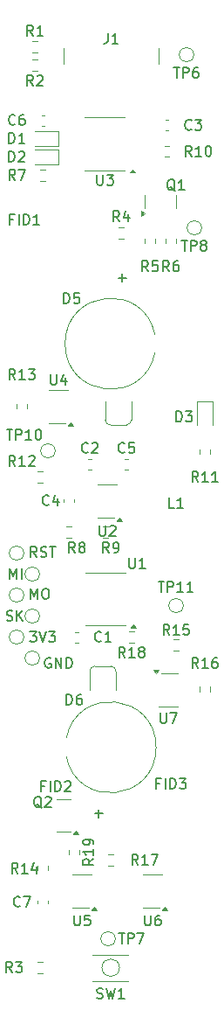
<source format=gbr>
%TF.GenerationSoftware,KiCad,Pcbnew,9.0.3*%
%TF.CreationDate,2025-09-26T00:40:55-04:00*%
%TF.ProjectId,Photon,50686f74-6f6e-42e6-9b69-6361645f7063,1.3*%
%TF.SameCoordinates,Original*%
%TF.FileFunction,Legend,Top*%
%TF.FilePolarity,Positive*%
%FSLAX46Y46*%
G04 Gerber Fmt 4.6, Leading zero omitted, Abs format (unit mm)*
G04 Created by KiCad (PCBNEW 9.0.3) date 2025-09-26 00:40:55*
%MOMM*%
%LPD*%
G01*
G04 APERTURE LIST*
%ADD10C,0.200000*%
%ADD11C,0.150000*%
%ADD12C,0.120000*%
G04 APERTURE END LIST*
D10*
X46990095Y-82303838D02*
X46894857Y-82256219D01*
X46894857Y-82256219D02*
X46752000Y-82256219D01*
X46752000Y-82256219D02*
X46609143Y-82303838D01*
X46609143Y-82303838D02*
X46513905Y-82399076D01*
X46513905Y-82399076D02*
X46466286Y-82494314D01*
X46466286Y-82494314D02*
X46418667Y-82684790D01*
X46418667Y-82684790D02*
X46418667Y-82827647D01*
X46418667Y-82827647D02*
X46466286Y-83018123D01*
X46466286Y-83018123D02*
X46513905Y-83113361D01*
X46513905Y-83113361D02*
X46609143Y-83208600D01*
X46609143Y-83208600D02*
X46752000Y-83256219D01*
X46752000Y-83256219D02*
X46847238Y-83256219D01*
X46847238Y-83256219D02*
X46990095Y-83208600D01*
X46990095Y-83208600D02*
X47037714Y-83160980D01*
X47037714Y-83160980D02*
X47037714Y-82827647D01*
X47037714Y-82827647D02*
X46847238Y-82827647D01*
X47466286Y-83256219D02*
X47466286Y-82256219D01*
X47466286Y-82256219D02*
X48037714Y-83256219D01*
X48037714Y-83256219D02*
X48037714Y-82256219D01*
X48513905Y-83256219D02*
X48513905Y-82256219D01*
X48513905Y-82256219D02*
X48752000Y-82256219D01*
X48752000Y-82256219D02*
X48894857Y-82303838D01*
X48894857Y-82303838D02*
X48990095Y-82399076D01*
X48990095Y-82399076D02*
X49037714Y-82494314D01*
X49037714Y-82494314D02*
X49085333Y-82684790D01*
X49085333Y-82684790D02*
X49085333Y-82827647D01*
X49085333Y-82827647D02*
X49037714Y-83018123D01*
X49037714Y-83018123D02*
X48990095Y-83113361D01*
X48990095Y-83113361D02*
X48894857Y-83208600D01*
X48894857Y-83208600D02*
X48752000Y-83256219D01*
X48752000Y-83256219D02*
X48513905Y-83256219D01*
X44989905Y-79716219D02*
X45608952Y-79716219D01*
X45608952Y-79716219D02*
X45275619Y-80097171D01*
X45275619Y-80097171D02*
X45418476Y-80097171D01*
X45418476Y-80097171D02*
X45513714Y-80144790D01*
X45513714Y-80144790D02*
X45561333Y-80192409D01*
X45561333Y-80192409D02*
X45608952Y-80287647D01*
X45608952Y-80287647D02*
X45608952Y-80525742D01*
X45608952Y-80525742D02*
X45561333Y-80620980D01*
X45561333Y-80620980D02*
X45513714Y-80668600D01*
X45513714Y-80668600D02*
X45418476Y-80716219D01*
X45418476Y-80716219D02*
X45132762Y-80716219D01*
X45132762Y-80716219D02*
X45037524Y-80668600D01*
X45037524Y-80668600D02*
X44989905Y-80620980D01*
X45894667Y-79716219D02*
X46228000Y-80716219D01*
X46228000Y-80716219D02*
X46561333Y-79716219D01*
X46799429Y-79716219D02*
X47418476Y-79716219D01*
X47418476Y-79716219D02*
X47085143Y-80097171D01*
X47085143Y-80097171D02*
X47228000Y-80097171D01*
X47228000Y-80097171D02*
X47323238Y-80144790D01*
X47323238Y-80144790D02*
X47370857Y-80192409D01*
X47370857Y-80192409D02*
X47418476Y-80287647D01*
X47418476Y-80287647D02*
X47418476Y-80525742D01*
X47418476Y-80525742D02*
X47370857Y-80620980D01*
X47370857Y-80620980D02*
X47323238Y-80668600D01*
X47323238Y-80668600D02*
X47228000Y-80716219D01*
X47228000Y-80716219D02*
X46942286Y-80716219D01*
X46942286Y-80716219D02*
X46847048Y-80668600D01*
X46847048Y-80668600D02*
X46799429Y-80620980D01*
X42713568Y-78629077D02*
X42856425Y-78676696D01*
X42856425Y-78676696D02*
X43094520Y-78676696D01*
X43094520Y-78676696D02*
X43189758Y-78629077D01*
X43189758Y-78629077D02*
X43237377Y-78581457D01*
X43237377Y-78581457D02*
X43284996Y-78486219D01*
X43284996Y-78486219D02*
X43284996Y-78390981D01*
X43284996Y-78390981D02*
X43237377Y-78295743D01*
X43237377Y-78295743D02*
X43189758Y-78248124D01*
X43189758Y-78248124D02*
X43094520Y-78200505D01*
X43094520Y-78200505D02*
X42904044Y-78152886D01*
X42904044Y-78152886D02*
X42808806Y-78105267D01*
X42808806Y-78105267D02*
X42761187Y-78057648D01*
X42761187Y-78057648D02*
X42713568Y-77962410D01*
X42713568Y-77962410D02*
X42713568Y-77867172D01*
X42713568Y-77867172D02*
X42761187Y-77771934D01*
X42761187Y-77771934D02*
X42808806Y-77724315D01*
X42808806Y-77724315D02*
X42904044Y-77676696D01*
X42904044Y-77676696D02*
X43142139Y-77676696D01*
X43142139Y-77676696D02*
X43284996Y-77724315D01*
X43713568Y-78676696D02*
X43713568Y-77676696D01*
X44284996Y-78676696D02*
X43856425Y-78105267D01*
X44284996Y-77676696D02*
X43713568Y-78248124D01*
X45073673Y-76575219D02*
X45073673Y-75575219D01*
X45073673Y-75575219D02*
X45407006Y-76289504D01*
X45407006Y-76289504D02*
X45740339Y-75575219D01*
X45740339Y-75575219D02*
X45740339Y-76575219D01*
X46407006Y-75575219D02*
X46597482Y-75575219D01*
X46597482Y-75575219D02*
X46692720Y-75622838D01*
X46692720Y-75622838D02*
X46787958Y-75718076D01*
X46787958Y-75718076D02*
X46835577Y-75908552D01*
X46835577Y-75908552D02*
X46835577Y-76241885D01*
X46835577Y-76241885D02*
X46787958Y-76432361D01*
X46787958Y-76432361D02*
X46692720Y-76527600D01*
X46692720Y-76527600D02*
X46597482Y-76575219D01*
X46597482Y-76575219D02*
X46407006Y-76575219D01*
X46407006Y-76575219D02*
X46311768Y-76527600D01*
X46311768Y-76527600D02*
X46216530Y-76432361D01*
X46216530Y-76432361D02*
X46168911Y-76241885D01*
X46168911Y-76241885D02*
X46168911Y-75908552D01*
X46168911Y-75908552D02*
X46216530Y-75718076D01*
X46216530Y-75718076D02*
X46311768Y-75622838D01*
X46311768Y-75622838D02*
X46407006Y-75575219D01*
X43014477Y-74626211D02*
X43014477Y-73626211D01*
X43014477Y-73626211D02*
X43347810Y-74340496D01*
X43347810Y-74340496D02*
X43681143Y-73626211D01*
X43681143Y-73626211D02*
X43681143Y-74626211D01*
X44157334Y-74626211D02*
X44157334Y-73626211D01*
X45645101Y-72511219D02*
X45311768Y-72035028D01*
X45073673Y-72511219D02*
X45073673Y-71511219D01*
X45073673Y-71511219D02*
X45454625Y-71511219D01*
X45454625Y-71511219D02*
X45549863Y-71558838D01*
X45549863Y-71558838D02*
X45597482Y-71606457D01*
X45597482Y-71606457D02*
X45645101Y-71701695D01*
X45645101Y-71701695D02*
X45645101Y-71844552D01*
X45645101Y-71844552D02*
X45597482Y-71939790D01*
X45597482Y-71939790D02*
X45549863Y-71987409D01*
X45549863Y-71987409D02*
X45454625Y-72035028D01*
X45454625Y-72035028D02*
X45073673Y-72035028D01*
X46026054Y-72463600D02*
X46168911Y-72511219D01*
X46168911Y-72511219D02*
X46407006Y-72511219D01*
X46407006Y-72511219D02*
X46502244Y-72463600D01*
X46502244Y-72463600D02*
X46549863Y-72415980D01*
X46549863Y-72415980D02*
X46597482Y-72320742D01*
X46597482Y-72320742D02*
X46597482Y-72225504D01*
X46597482Y-72225504D02*
X46549863Y-72130266D01*
X46549863Y-72130266D02*
X46502244Y-72082647D01*
X46502244Y-72082647D02*
X46407006Y-72035028D01*
X46407006Y-72035028D02*
X46216530Y-71987409D01*
X46216530Y-71987409D02*
X46121292Y-71939790D01*
X46121292Y-71939790D02*
X46073673Y-71892171D01*
X46073673Y-71892171D02*
X46026054Y-71796933D01*
X46026054Y-71796933D02*
X46026054Y-71701695D01*
X46026054Y-71701695D02*
X46073673Y-71606457D01*
X46073673Y-71606457D02*
X46121292Y-71558838D01*
X46121292Y-71558838D02*
X46216530Y-71511219D01*
X46216530Y-71511219D02*
X46454625Y-71511219D01*
X46454625Y-71511219D02*
X46597482Y-71558838D01*
X46883197Y-71511219D02*
X47454625Y-71511219D01*
X47168911Y-72511219D02*
X47168911Y-71511219D01*
X54610095Y-72604219D02*
X54610095Y-73413742D01*
X54610095Y-73413742D02*
X54657714Y-73508980D01*
X54657714Y-73508980D02*
X54705333Y-73556600D01*
X54705333Y-73556600D02*
X54800571Y-73604219D01*
X54800571Y-73604219D02*
X54991047Y-73604219D01*
X54991047Y-73604219D02*
X55086285Y-73556600D01*
X55086285Y-73556600D02*
X55133904Y-73508980D01*
X55133904Y-73508980D02*
X55181523Y-73413742D01*
X55181523Y-73413742D02*
X55181523Y-72604219D01*
X56181523Y-73604219D02*
X55610095Y-73604219D01*
X55895809Y-73604219D02*
X55895809Y-72604219D01*
X55895809Y-72604219D02*
X55800571Y-72747076D01*
X55800571Y-72747076D02*
X55705333Y-72842314D01*
X55705333Y-72842314D02*
X55610095Y-72889933D01*
X58507333Y-44839219D02*
X58174000Y-44363028D01*
X57935905Y-44839219D02*
X57935905Y-43839219D01*
X57935905Y-43839219D02*
X58316857Y-43839219D01*
X58316857Y-43839219D02*
X58412095Y-43886838D01*
X58412095Y-43886838D02*
X58459714Y-43934457D01*
X58459714Y-43934457D02*
X58507333Y-44029695D01*
X58507333Y-44029695D02*
X58507333Y-44172552D01*
X58507333Y-44172552D02*
X58459714Y-44267790D01*
X58459714Y-44267790D02*
X58412095Y-44315409D01*
X58412095Y-44315409D02*
X58316857Y-44363028D01*
X58316857Y-44363028D02*
X57935905Y-44363028D01*
X59364476Y-43839219D02*
X59174000Y-43839219D01*
X59174000Y-43839219D02*
X59078762Y-43886838D01*
X59078762Y-43886838D02*
X59031143Y-43934457D01*
X59031143Y-43934457D02*
X58935905Y-44077314D01*
X58935905Y-44077314D02*
X58888286Y-44267790D01*
X58888286Y-44267790D02*
X58888286Y-44648742D01*
X58888286Y-44648742D02*
X58935905Y-44743980D01*
X58935905Y-44743980D02*
X58983524Y-44791600D01*
X58983524Y-44791600D02*
X59078762Y-44839219D01*
X59078762Y-44839219D02*
X59269238Y-44839219D01*
X59269238Y-44839219D02*
X59364476Y-44791600D01*
X59364476Y-44791600D02*
X59412095Y-44743980D01*
X59412095Y-44743980D02*
X59459714Y-44648742D01*
X59459714Y-44648742D02*
X59459714Y-44410647D01*
X59459714Y-44410647D02*
X59412095Y-44315409D01*
X59412095Y-44315409D02*
X59364476Y-44267790D01*
X59364476Y-44267790D02*
X59269238Y-44220171D01*
X59269238Y-44220171D02*
X59078762Y-44220171D01*
X59078762Y-44220171D02*
X58983524Y-44267790D01*
X58983524Y-44267790D02*
X58935905Y-44315409D01*
X58935905Y-44315409D02*
X58888286Y-44410647D01*
X50633333Y-62332980D02*
X50585714Y-62380600D01*
X50585714Y-62380600D02*
X50442857Y-62428219D01*
X50442857Y-62428219D02*
X50347619Y-62428219D01*
X50347619Y-62428219D02*
X50204762Y-62380600D01*
X50204762Y-62380600D02*
X50109524Y-62285361D01*
X50109524Y-62285361D02*
X50061905Y-62190123D01*
X50061905Y-62190123D02*
X50014286Y-61999647D01*
X50014286Y-61999647D02*
X50014286Y-61856790D01*
X50014286Y-61856790D02*
X50061905Y-61666314D01*
X50061905Y-61666314D02*
X50109524Y-61571076D01*
X50109524Y-61571076D02*
X50204762Y-61475838D01*
X50204762Y-61475838D02*
X50347619Y-61428219D01*
X50347619Y-61428219D02*
X50442857Y-61428219D01*
X50442857Y-61428219D02*
X50585714Y-61475838D01*
X50585714Y-61475838D02*
X50633333Y-61523457D01*
X51014286Y-61523457D02*
X51061905Y-61475838D01*
X51061905Y-61475838D02*
X51157143Y-61428219D01*
X51157143Y-61428219D02*
X51395238Y-61428219D01*
X51395238Y-61428219D02*
X51490476Y-61475838D01*
X51490476Y-61475838D02*
X51538095Y-61523457D01*
X51538095Y-61523457D02*
X51585714Y-61618695D01*
X51585714Y-61618695D02*
X51585714Y-61713933D01*
X51585714Y-61713933D02*
X51538095Y-61856790D01*
X51538095Y-61856790D02*
X50966667Y-62428219D01*
X50966667Y-62428219D02*
X51585714Y-62428219D01*
X46426571Y-94670409D02*
X46093238Y-94670409D01*
X46093238Y-95194219D02*
X46093238Y-94194219D01*
X46093238Y-94194219D02*
X46569428Y-94194219D01*
X46950381Y-95194219D02*
X46950381Y-94194219D01*
X47426571Y-95194219D02*
X47426571Y-94194219D01*
X47426571Y-94194219D02*
X47664666Y-94194219D01*
X47664666Y-94194219D02*
X47807523Y-94241838D01*
X47807523Y-94241838D02*
X47902761Y-94337076D01*
X47902761Y-94337076D02*
X47950380Y-94432314D01*
X47950380Y-94432314D02*
X47997999Y-94622790D01*
X47997999Y-94622790D02*
X47997999Y-94765647D01*
X47997999Y-94765647D02*
X47950380Y-94956123D01*
X47950380Y-94956123D02*
X47902761Y-95051361D01*
X47902761Y-95051361D02*
X47807523Y-95146600D01*
X47807523Y-95146600D02*
X47664666Y-95194219D01*
X47664666Y-95194219D02*
X47426571Y-95194219D01*
X48378952Y-94289457D02*
X48426571Y-94241838D01*
X48426571Y-94241838D02*
X48521809Y-94194219D01*
X48521809Y-94194219D02*
X48759904Y-94194219D01*
X48759904Y-94194219D02*
X48855142Y-94241838D01*
X48855142Y-94241838D02*
X48902761Y-94289457D01*
X48902761Y-94289457D02*
X48950380Y-94384695D01*
X48950380Y-94384695D02*
X48950380Y-94479933D01*
X48950380Y-94479933D02*
X48902761Y-94622790D01*
X48902761Y-94622790D02*
X48331333Y-95194219D01*
X48331333Y-95194219D02*
X48950380Y-95194219D01*
X53602095Y-108926219D02*
X54173523Y-108926219D01*
X53887809Y-109926219D02*
X53887809Y-108926219D01*
X54506857Y-109926219D02*
X54506857Y-108926219D01*
X54506857Y-108926219D02*
X54887809Y-108926219D01*
X54887809Y-108926219D02*
X54983047Y-108973838D01*
X54983047Y-108973838D02*
X55030666Y-109021457D01*
X55030666Y-109021457D02*
X55078285Y-109116695D01*
X55078285Y-109116695D02*
X55078285Y-109259552D01*
X55078285Y-109259552D02*
X55030666Y-109354790D01*
X55030666Y-109354790D02*
X54983047Y-109402409D01*
X54983047Y-109402409D02*
X54887809Y-109450028D01*
X54887809Y-109450028D02*
X54506857Y-109450028D01*
X55411619Y-108926219D02*
X56078285Y-108926219D01*
X56078285Y-108926219D02*
X55649714Y-109926219D01*
X59698095Y-41870219D02*
X60269523Y-41870219D01*
X59983809Y-42870219D02*
X59983809Y-41870219D01*
X60602857Y-42870219D02*
X60602857Y-41870219D01*
X60602857Y-41870219D02*
X60983809Y-41870219D01*
X60983809Y-41870219D02*
X61079047Y-41917838D01*
X61079047Y-41917838D02*
X61126666Y-41965457D01*
X61126666Y-41965457D02*
X61174285Y-42060695D01*
X61174285Y-42060695D02*
X61174285Y-42203552D01*
X61174285Y-42203552D02*
X61126666Y-42298790D01*
X61126666Y-42298790D02*
X61079047Y-42346409D01*
X61079047Y-42346409D02*
X60983809Y-42394028D01*
X60983809Y-42394028D02*
X60602857Y-42394028D01*
X61745714Y-42298790D02*
X61650476Y-42251171D01*
X61650476Y-42251171D02*
X61602857Y-42203552D01*
X61602857Y-42203552D02*
X61555238Y-42108314D01*
X61555238Y-42108314D02*
X61555238Y-42060695D01*
X61555238Y-42060695D02*
X61602857Y-41965457D01*
X61602857Y-41965457D02*
X61650476Y-41917838D01*
X61650476Y-41917838D02*
X61745714Y-41870219D01*
X61745714Y-41870219D02*
X61936190Y-41870219D01*
X61936190Y-41870219D02*
X62031428Y-41917838D01*
X62031428Y-41917838D02*
X62079047Y-41965457D01*
X62079047Y-41965457D02*
X62126666Y-42060695D01*
X62126666Y-42060695D02*
X62126666Y-42108314D01*
X62126666Y-42108314D02*
X62079047Y-42203552D01*
X62079047Y-42203552D02*
X62031428Y-42251171D01*
X62031428Y-42251171D02*
X61936190Y-42298790D01*
X61936190Y-42298790D02*
X61745714Y-42298790D01*
X61745714Y-42298790D02*
X61650476Y-42346409D01*
X61650476Y-42346409D02*
X61602857Y-42394028D01*
X61602857Y-42394028D02*
X61555238Y-42489266D01*
X61555238Y-42489266D02*
X61555238Y-42679742D01*
X61555238Y-42679742D02*
X61602857Y-42774980D01*
X61602857Y-42774980D02*
X61650476Y-42822600D01*
X61650476Y-42822600D02*
X61745714Y-42870219D01*
X61745714Y-42870219D02*
X61936190Y-42870219D01*
X61936190Y-42870219D02*
X62031428Y-42822600D01*
X62031428Y-42822600D02*
X62079047Y-42774980D01*
X62079047Y-42774980D02*
X62126666Y-42679742D01*
X62126666Y-42679742D02*
X62126666Y-42489266D01*
X62126666Y-42489266D02*
X62079047Y-42394028D01*
X62079047Y-42394028D02*
X62031428Y-42346409D01*
X62031428Y-42346409D02*
X61936190Y-42298790D01*
X52545466Y-21804219D02*
X52545466Y-22518504D01*
X52545466Y-22518504D02*
X52497847Y-22661361D01*
X52497847Y-22661361D02*
X52402609Y-22756600D01*
X52402609Y-22756600D02*
X52259752Y-22804219D01*
X52259752Y-22804219D02*
X52164514Y-22804219D01*
X53545466Y-22804219D02*
X52974038Y-22804219D01*
X53259752Y-22804219D02*
X53259752Y-21804219D01*
X53259752Y-21804219D02*
X53164514Y-21947076D01*
X53164514Y-21947076D02*
X53069276Y-22042314D01*
X53069276Y-22042314D02*
X52974038Y-22089933D01*
X58936095Y-25106219D02*
X59507523Y-25106219D01*
X59221809Y-26106219D02*
X59221809Y-25106219D01*
X59840857Y-26106219D02*
X59840857Y-25106219D01*
X59840857Y-25106219D02*
X60221809Y-25106219D01*
X60221809Y-25106219D02*
X60317047Y-25153838D01*
X60317047Y-25153838D02*
X60364666Y-25201457D01*
X60364666Y-25201457D02*
X60412285Y-25296695D01*
X60412285Y-25296695D02*
X60412285Y-25439552D01*
X60412285Y-25439552D02*
X60364666Y-25534790D01*
X60364666Y-25534790D02*
X60317047Y-25582409D01*
X60317047Y-25582409D02*
X60221809Y-25630028D01*
X60221809Y-25630028D02*
X59840857Y-25630028D01*
X61269428Y-25106219D02*
X61078952Y-25106219D01*
X61078952Y-25106219D02*
X60983714Y-25153838D01*
X60983714Y-25153838D02*
X60936095Y-25201457D01*
X60936095Y-25201457D02*
X60840857Y-25344314D01*
X60840857Y-25344314D02*
X60793238Y-25534790D01*
X60793238Y-25534790D02*
X60793238Y-25915742D01*
X60793238Y-25915742D02*
X60840857Y-26010980D01*
X60840857Y-26010980D02*
X60888476Y-26058600D01*
X60888476Y-26058600D02*
X60983714Y-26106219D01*
X60983714Y-26106219D02*
X61174190Y-26106219D01*
X61174190Y-26106219D02*
X61269428Y-26058600D01*
X61269428Y-26058600D02*
X61317047Y-26010980D01*
X61317047Y-26010980D02*
X61364666Y-25915742D01*
X61364666Y-25915742D02*
X61364666Y-25677647D01*
X61364666Y-25677647D02*
X61317047Y-25582409D01*
X61317047Y-25582409D02*
X61269428Y-25534790D01*
X61269428Y-25534790D02*
X61174190Y-25487171D01*
X61174190Y-25487171D02*
X60983714Y-25487171D01*
X60983714Y-25487171D02*
X60888476Y-25534790D01*
X60888476Y-25534790D02*
X60840857Y-25582409D01*
X60840857Y-25582409D02*
X60793238Y-25677647D01*
X56134095Y-107188219D02*
X56134095Y-107997742D01*
X56134095Y-107997742D02*
X56181714Y-108092980D01*
X56181714Y-108092980D02*
X56229333Y-108140600D01*
X56229333Y-108140600D02*
X56324571Y-108188219D01*
X56324571Y-108188219D02*
X56515047Y-108188219D01*
X56515047Y-108188219D02*
X56610285Y-108140600D01*
X56610285Y-108140600D02*
X56657904Y-108092980D01*
X56657904Y-108092980D02*
X56705523Y-107997742D01*
X56705523Y-107997742D02*
X56705523Y-107188219D01*
X57610285Y-107188219D02*
X57419809Y-107188219D01*
X57419809Y-107188219D02*
X57324571Y-107235838D01*
X57324571Y-107235838D02*
X57276952Y-107283457D01*
X57276952Y-107283457D02*
X57181714Y-107426314D01*
X57181714Y-107426314D02*
X57134095Y-107616790D01*
X57134095Y-107616790D02*
X57134095Y-107997742D01*
X57134095Y-107997742D02*
X57181714Y-108092980D01*
X57181714Y-108092980D02*
X57229333Y-108140600D01*
X57229333Y-108140600D02*
X57324571Y-108188219D01*
X57324571Y-108188219D02*
X57515047Y-108188219D01*
X57515047Y-108188219D02*
X57610285Y-108140600D01*
X57610285Y-108140600D02*
X57657904Y-108092980D01*
X57657904Y-108092980D02*
X57705523Y-107997742D01*
X57705523Y-107997742D02*
X57705523Y-107759647D01*
X57705523Y-107759647D02*
X57657904Y-107664409D01*
X57657904Y-107664409D02*
X57610285Y-107616790D01*
X57610285Y-107616790D02*
X57515047Y-107569171D01*
X57515047Y-107569171D02*
X57324571Y-107569171D01*
X57324571Y-107569171D02*
X57229333Y-107616790D01*
X57229333Y-107616790D02*
X57181714Y-107664409D01*
X57181714Y-107664409D02*
X57134095Y-107759647D01*
X46823333Y-67412980D02*
X46775714Y-67460600D01*
X46775714Y-67460600D02*
X46632857Y-67508219D01*
X46632857Y-67508219D02*
X46537619Y-67508219D01*
X46537619Y-67508219D02*
X46394762Y-67460600D01*
X46394762Y-67460600D02*
X46299524Y-67365361D01*
X46299524Y-67365361D02*
X46251905Y-67270123D01*
X46251905Y-67270123D02*
X46204286Y-67079647D01*
X46204286Y-67079647D02*
X46204286Y-66936790D01*
X46204286Y-66936790D02*
X46251905Y-66746314D01*
X46251905Y-66746314D02*
X46299524Y-66651076D01*
X46299524Y-66651076D02*
X46394762Y-66555838D01*
X46394762Y-66555838D02*
X46537619Y-66508219D01*
X46537619Y-66508219D02*
X46632857Y-66508219D01*
X46632857Y-66508219D02*
X46775714Y-66555838D01*
X46775714Y-66555838D02*
X46823333Y-66603457D01*
X47680476Y-66841552D02*
X47680476Y-67508219D01*
X47442381Y-66460600D02*
X47204286Y-67174885D01*
X47204286Y-67174885D02*
X47823333Y-67174885D01*
X49276095Y-107188219D02*
X49276095Y-107997742D01*
X49276095Y-107997742D02*
X49323714Y-108092980D01*
X49323714Y-108092980D02*
X49371333Y-108140600D01*
X49371333Y-108140600D02*
X49466571Y-108188219D01*
X49466571Y-108188219D02*
X49657047Y-108188219D01*
X49657047Y-108188219D02*
X49752285Y-108140600D01*
X49752285Y-108140600D02*
X49799904Y-108092980D01*
X49799904Y-108092980D02*
X49847523Y-107997742D01*
X49847523Y-107997742D02*
X49847523Y-107188219D01*
X50799904Y-107188219D02*
X50323714Y-107188219D01*
X50323714Y-107188219D02*
X50276095Y-107664409D01*
X50276095Y-107664409D02*
X50323714Y-107616790D01*
X50323714Y-107616790D02*
X50418952Y-107569171D01*
X50418952Y-107569171D02*
X50657047Y-107569171D01*
X50657047Y-107569171D02*
X50752285Y-107616790D01*
X50752285Y-107616790D02*
X50799904Y-107664409D01*
X50799904Y-107664409D02*
X50847523Y-107759647D01*
X50847523Y-107759647D02*
X50847523Y-107997742D01*
X50847523Y-107997742D02*
X50799904Y-108092980D01*
X50799904Y-108092980D02*
X50752285Y-108140600D01*
X50752285Y-108140600D02*
X50657047Y-108188219D01*
X50657047Y-108188219D02*
X50418952Y-108188219D01*
X50418952Y-108188219D02*
X50323714Y-108140600D01*
X50323714Y-108140600D02*
X50276095Y-108092980D01*
X52665333Y-72080219D02*
X52332000Y-71604028D01*
X52093905Y-72080219D02*
X52093905Y-71080219D01*
X52093905Y-71080219D02*
X52474857Y-71080219D01*
X52474857Y-71080219D02*
X52570095Y-71127838D01*
X52570095Y-71127838D02*
X52617714Y-71175457D01*
X52617714Y-71175457D02*
X52665333Y-71270695D01*
X52665333Y-71270695D02*
X52665333Y-71413552D01*
X52665333Y-71413552D02*
X52617714Y-71508790D01*
X52617714Y-71508790D02*
X52570095Y-71556409D01*
X52570095Y-71556409D02*
X52474857Y-71604028D01*
X52474857Y-71604028D02*
X52093905Y-71604028D01*
X53141524Y-72080219D02*
X53332000Y-72080219D01*
X53332000Y-72080219D02*
X53427238Y-72032600D01*
X53427238Y-72032600D02*
X53474857Y-71984980D01*
X53474857Y-71984980D02*
X53570095Y-71842123D01*
X53570095Y-71842123D02*
X53617714Y-71651647D01*
X53617714Y-71651647D02*
X53617714Y-71270695D01*
X53617714Y-71270695D02*
X53570095Y-71175457D01*
X53570095Y-71175457D02*
X53522476Y-71127838D01*
X53522476Y-71127838D02*
X53427238Y-71080219D01*
X53427238Y-71080219D02*
X53236762Y-71080219D01*
X53236762Y-71080219D02*
X53141524Y-71127838D01*
X53141524Y-71127838D02*
X53093905Y-71175457D01*
X53093905Y-71175457D02*
X53046286Y-71270695D01*
X53046286Y-71270695D02*
X53046286Y-71508790D01*
X53046286Y-71508790D02*
X53093905Y-71604028D01*
X53093905Y-71604028D02*
X53141524Y-71651647D01*
X53141524Y-71651647D02*
X53236762Y-71699266D01*
X53236762Y-71699266D02*
X53427238Y-71699266D01*
X53427238Y-71699266D02*
X53522476Y-71651647D01*
X53522476Y-71651647D02*
X53570095Y-71604028D01*
X53570095Y-71604028D02*
X53617714Y-71508790D01*
X54189333Y-62332980D02*
X54141714Y-62380600D01*
X54141714Y-62380600D02*
X53998857Y-62428219D01*
X53998857Y-62428219D02*
X53903619Y-62428219D01*
X53903619Y-62428219D02*
X53760762Y-62380600D01*
X53760762Y-62380600D02*
X53665524Y-62285361D01*
X53665524Y-62285361D02*
X53617905Y-62190123D01*
X53617905Y-62190123D02*
X53570286Y-61999647D01*
X53570286Y-61999647D02*
X53570286Y-61856790D01*
X53570286Y-61856790D02*
X53617905Y-61666314D01*
X53617905Y-61666314D02*
X53665524Y-61571076D01*
X53665524Y-61571076D02*
X53760762Y-61475838D01*
X53760762Y-61475838D02*
X53903619Y-61428219D01*
X53903619Y-61428219D02*
X53998857Y-61428219D01*
X53998857Y-61428219D02*
X54141714Y-61475838D01*
X54141714Y-61475838D02*
X54189333Y-61523457D01*
X55094095Y-61428219D02*
X54617905Y-61428219D01*
X54617905Y-61428219D02*
X54570286Y-61904409D01*
X54570286Y-61904409D02*
X54617905Y-61856790D01*
X54617905Y-61856790D02*
X54713143Y-61809171D01*
X54713143Y-61809171D02*
X54951238Y-61809171D01*
X54951238Y-61809171D02*
X55046476Y-61856790D01*
X55046476Y-61856790D02*
X55094095Y-61904409D01*
X55094095Y-61904409D02*
X55141714Y-61999647D01*
X55141714Y-61999647D02*
X55141714Y-62237742D01*
X55141714Y-62237742D02*
X55094095Y-62332980D01*
X55094095Y-62332980D02*
X55046476Y-62380600D01*
X55046476Y-62380600D02*
X54951238Y-62428219D01*
X54951238Y-62428219D02*
X54713143Y-62428219D01*
X54713143Y-62428219D02*
X54617905Y-62380600D01*
X54617905Y-62380600D02*
X54570286Y-62332980D01*
X57443905Y-74890219D02*
X58015333Y-74890219D01*
X57729619Y-75890219D02*
X57729619Y-74890219D01*
X58348667Y-75890219D02*
X58348667Y-74890219D01*
X58348667Y-74890219D02*
X58729619Y-74890219D01*
X58729619Y-74890219D02*
X58824857Y-74937838D01*
X58824857Y-74937838D02*
X58872476Y-74985457D01*
X58872476Y-74985457D02*
X58920095Y-75080695D01*
X58920095Y-75080695D02*
X58920095Y-75223552D01*
X58920095Y-75223552D02*
X58872476Y-75318790D01*
X58872476Y-75318790D02*
X58824857Y-75366409D01*
X58824857Y-75366409D02*
X58729619Y-75414028D01*
X58729619Y-75414028D02*
X58348667Y-75414028D01*
X59872476Y-75890219D02*
X59301048Y-75890219D01*
X59586762Y-75890219D02*
X59586762Y-74890219D01*
X59586762Y-74890219D02*
X59491524Y-75033076D01*
X59491524Y-75033076D02*
X59396286Y-75128314D01*
X59396286Y-75128314D02*
X59301048Y-75175933D01*
X60824857Y-75890219D02*
X60253429Y-75890219D01*
X60539143Y-75890219D02*
X60539143Y-74890219D01*
X60539143Y-74890219D02*
X60443905Y-75033076D01*
X60443905Y-75033076D02*
X60348667Y-75128314D01*
X60348667Y-75128314D02*
X60253429Y-75175933D01*
X53681333Y-40013219D02*
X53348000Y-39537028D01*
X53109905Y-40013219D02*
X53109905Y-39013219D01*
X53109905Y-39013219D02*
X53490857Y-39013219D01*
X53490857Y-39013219D02*
X53586095Y-39060838D01*
X53586095Y-39060838D02*
X53633714Y-39108457D01*
X53633714Y-39108457D02*
X53681333Y-39203695D01*
X53681333Y-39203695D02*
X53681333Y-39346552D01*
X53681333Y-39346552D02*
X53633714Y-39441790D01*
X53633714Y-39441790D02*
X53586095Y-39489409D01*
X53586095Y-39489409D02*
X53490857Y-39537028D01*
X53490857Y-39537028D02*
X53109905Y-39537028D01*
X54538476Y-39346552D02*
X54538476Y-40013219D01*
X54300381Y-38965600D02*
X54062286Y-39679885D01*
X54062286Y-39679885D02*
X54681333Y-39679885D01*
X51903333Y-80620980D02*
X51855714Y-80668600D01*
X51855714Y-80668600D02*
X51712857Y-80716219D01*
X51712857Y-80716219D02*
X51617619Y-80716219D01*
X51617619Y-80716219D02*
X51474762Y-80668600D01*
X51474762Y-80668600D02*
X51379524Y-80573361D01*
X51379524Y-80573361D02*
X51331905Y-80478123D01*
X51331905Y-80478123D02*
X51284286Y-80287647D01*
X51284286Y-80287647D02*
X51284286Y-80144790D01*
X51284286Y-80144790D02*
X51331905Y-79954314D01*
X51331905Y-79954314D02*
X51379524Y-79859076D01*
X51379524Y-79859076D02*
X51474762Y-79763838D01*
X51474762Y-79763838D02*
X51617619Y-79716219D01*
X51617619Y-79716219D02*
X51712857Y-79716219D01*
X51712857Y-79716219D02*
X51855714Y-79763838D01*
X51855714Y-79763838D02*
X51903333Y-79811457D01*
X52855714Y-80716219D02*
X52284286Y-80716219D01*
X52570000Y-80716219D02*
X52570000Y-79716219D01*
X52570000Y-79716219D02*
X52474762Y-79859076D01*
X52474762Y-79859076D02*
X52379524Y-79954314D01*
X52379524Y-79954314D02*
X52284286Y-80001933D01*
X46990095Y-54824219D02*
X46990095Y-55633742D01*
X46990095Y-55633742D02*
X47037714Y-55728980D01*
X47037714Y-55728980D02*
X47085333Y-55776600D01*
X47085333Y-55776600D02*
X47180571Y-55824219D01*
X47180571Y-55824219D02*
X47371047Y-55824219D01*
X47371047Y-55824219D02*
X47466285Y-55776600D01*
X47466285Y-55776600D02*
X47513904Y-55728980D01*
X47513904Y-55728980D02*
X47561523Y-55633742D01*
X47561523Y-55633742D02*
X47561523Y-54824219D01*
X48466285Y-55157552D02*
X48466285Y-55824219D01*
X48228190Y-54776600D02*
X47990095Y-55490885D01*
X47990095Y-55490885D02*
X48609142Y-55490885D01*
X45299333Y-26868219D02*
X44966000Y-26392028D01*
X44727905Y-26868219D02*
X44727905Y-25868219D01*
X44727905Y-25868219D02*
X45108857Y-25868219D01*
X45108857Y-25868219D02*
X45204095Y-25915838D01*
X45204095Y-25915838D02*
X45251714Y-25963457D01*
X45251714Y-25963457D02*
X45299333Y-26058695D01*
X45299333Y-26058695D02*
X45299333Y-26201552D01*
X45299333Y-26201552D02*
X45251714Y-26296790D01*
X45251714Y-26296790D02*
X45204095Y-26344409D01*
X45204095Y-26344409D02*
X45108857Y-26392028D01*
X45108857Y-26392028D02*
X44727905Y-26392028D01*
X45680286Y-25963457D02*
X45727905Y-25915838D01*
X45727905Y-25915838D02*
X45823143Y-25868219D01*
X45823143Y-25868219D02*
X46061238Y-25868219D01*
X46061238Y-25868219D02*
X46156476Y-25915838D01*
X46156476Y-25915838D02*
X46204095Y-25963457D01*
X46204095Y-25963457D02*
X46251714Y-26058695D01*
X46251714Y-26058695D02*
X46251714Y-26153933D01*
X46251714Y-26153933D02*
X46204095Y-26296790D01*
X46204095Y-26296790D02*
X45632667Y-26868219D01*
X45632667Y-26868219D02*
X46251714Y-26868219D01*
X45299333Y-22042219D02*
X44966000Y-21566028D01*
X44727905Y-22042219D02*
X44727905Y-21042219D01*
X44727905Y-21042219D02*
X45108857Y-21042219D01*
X45108857Y-21042219D02*
X45204095Y-21089838D01*
X45204095Y-21089838D02*
X45251714Y-21137457D01*
X45251714Y-21137457D02*
X45299333Y-21232695D01*
X45299333Y-21232695D02*
X45299333Y-21375552D01*
X45299333Y-21375552D02*
X45251714Y-21470790D01*
X45251714Y-21470790D02*
X45204095Y-21518409D01*
X45204095Y-21518409D02*
X45108857Y-21566028D01*
X45108857Y-21566028D02*
X44727905Y-21566028D01*
X46251714Y-22042219D02*
X45680286Y-22042219D01*
X45966000Y-22042219D02*
X45966000Y-21042219D01*
X45966000Y-21042219D02*
X45870762Y-21185076D01*
X45870762Y-21185076D02*
X45775524Y-21280314D01*
X45775524Y-21280314D02*
X45680286Y-21327933D01*
X61333142Y-83256219D02*
X60999809Y-82780028D01*
X60761714Y-83256219D02*
X60761714Y-82256219D01*
X60761714Y-82256219D02*
X61142666Y-82256219D01*
X61142666Y-82256219D02*
X61237904Y-82303838D01*
X61237904Y-82303838D02*
X61285523Y-82351457D01*
X61285523Y-82351457D02*
X61333142Y-82446695D01*
X61333142Y-82446695D02*
X61333142Y-82589552D01*
X61333142Y-82589552D02*
X61285523Y-82684790D01*
X61285523Y-82684790D02*
X61237904Y-82732409D01*
X61237904Y-82732409D02*
X61142666Y-82780028D01*
X61142666Y-82780028D02*
X60761714Y-82780028D01*
X62285523Y-83256219D02*
X61714095Y-83256219D01*
X61999809Y-83256219D02*
X61999809Y-82256219D01*
X61999809Y-82256219D02*
X61904571Y-82399076D01*
X61904571Y-82399076D02*
X61809333Y-82494314D01*
X61809333Y-82494314D02*
X61714095Y-82541933D01*
X63142666Y-82256219D02*
X62952190Y-82256219D01*
X62952190Y-82256219D02*
X62856952Y-82303838D01*
X62856952Y-82303838D02*
X62809333Y-82351457D01*
X62809333Y-82351457D02*
X62714095Y-82494314D01*
X62714095Y-82494314D02*
X62666476Y-82684790D01*
X62666476Y-82684790D02*
X62666476Y-83065742D01*
X62666476Y-83065742D02*
X62714095Y-83160980D01*
X62714095Y-83160980D02*
X62761714Y-83208600D01*
X62761714Y-83208600D02*
X62856952Y-83256219D01*
X62856952Y-83256219D02*
X63047428Y-83256219D01*
X63047428Y-83256219D02*
X63142666Y-83208600D01*
X63142666Y-83208600D02*
X63190285Y-83160980D01*
X63190285Y-83160980D02*
X63237904Y-83065742D01*
X63237904Y-83065742D02*
X63237904Y-82827647D01*
X63237904Y-82827647D02*
X63190285Y-82732409D01*
X63190285Y-82732409D02*
X63142666Y-82684790D01*
X63142666Y-82684790D02*
X63047428Y-82637171D01*
X63047428Y-82637171D02*
X62856952Y-82637171D01*
X62856952Y-82637171D02*
X62761714Y-82684790D01*
X62761714Y-82684790D02*
X62714095Y-82732409D01*
X62714095Y-82732409D02*
X62666476Y-82827647D01*
X51498667Y-115212600D02*
X51641524Y-115260219D01*
X51641524Y-115260219D02*
X51879619Y-115260219D01*
X51879619Y-115260219D02*
X51974857Y-115212600D01*
X51974857Y-115212600D02*
X52022476Y-115164980D01*
X52022476Y-115164980D02*
X52070095Y-115069742D01*
X52070095Y-115069742D02*
X52070095Y-114974504D01*
X52070095Y-114974504D02*
X52022476Y-114879266D01*
X52022476Y-114879266D02*
X51974857Y-114831647D01*
X51974857Y-114831647D02*
X51879619Y-114784028D01*
X51879619Y-114784028D02*
X51689143Y-114736409D01*
X51689143Y-114736409D02*
X51593905Y-114688790D01*
X51593905Y-114688790D02*
X51546286Y-114641171D01*
X51546286Y-114641171D02*
X51498667Y-114545933D01*
X51498667Y-114545933D02*
X51498667Y-114450695D01*
X51498667Y-114450695D02*
X51546286Y-114355457D01*
X51546286Y-114355457D02*
X51593905Y-114307838D01*
X51593905Y-114307838D02*
X51689143Y-114260219D01*
X51689143Y-114260219D02*
X51927238Y-114260219D01*
X51927238Y-114260219D02*
X52070095Y-114307838D01*
X52403429Y-114260219D02*
X52641524Y-115260219D01*
X52641524Y-115260219D02*
X52832000Y-114545933D01*
X52832000Y-114545933D02*
X53022476Y-115260219D01*
X53022476Y-115260219D02*
X53260572Y-114260219D01*
X54165333Y-115260219D02*
X53593905Y-115260219D01*
X53879619Y-115260219D02*
X53879619Y-114260219D01*
X53879619Y-114260219D02*
X53784381Y-114403076D01*
X53784381Y-114403076D02*
X53689143Y-114498314D01*
X53689143Y-114498314D02*
X53593905Y-114545933D01*
X42949905Y-34234219D02*
X42949905Y-33234219D01*
X42949905Y-33234219D02*
X43188000Y-33234219D01*
X43188000Y-33234219D02*
X43330857Y-33281838D01*
X43330857Y-33281838D02*
X43426095Y-33377076D01*
X43426095Y-33377076D02*
X43473714Y-33472314D01*
X43473714Y-33472314D02*
X43521333Y-33662790D01*
X43521333Y-33662790D02*
X43521333Y-33805647D01*
X43521333Y-33805647D02*
X43473714Y-33996123D01*
X43473714Y-33996123D02*
X43426095Y-34091361D01*
X43426095Y-34091361D02*
X43330857Y-34186600D01*
X43330857Y-34186600D02*
X43188000Y-34234219D01*
X43188000Y-34234219D02*
X42949905Y-34234219D01*
X43902286Y-33329457D02*
X43949905Y-33281838D01*
X43949905Y-33281838D02*
X44045143Y-33234219D01*
X44045143Y-33234219D02*
X44283238Y-33234219D01*
X44283238Y-33234219D02*
X44378476Y-33281838D01*
X44378476Y-33281838D02*
X44426095Y-33329457D01*
X44426095Y-33329457D02*
X44473714Y-33424695D01*
X44473714Y-33424695D02*
X44473714Y-33519933D01*
X44473714Y-33519933D02*
X44426095Y-33662790D01*
X44426095Y-33662790D02*
X43854667Y-34234219D01*
X43854667Y-34234219D02*
X44473714Y-34234219D01*
X60701142Y-33702219D02*
X60367809Y-33226028D01*
X60129714Y-33702219D02*
X60129714Y-32702219D01*
X60129714Y-32702219D02*
X60510666Y-32702219D01*
X60510666Y-32702219D02*
X60605904Y-32749838D01*
X60605904Y-32749838D02*
X60653523Y-32797457D01*
X60653523Y-32797457D02*
X60701142Y-32892695D01*
X60701142Y-32892695D02*
X60701142Y-33035552D01*
X60701142Y-33035552D02*
X60653523Y-33130790D01*
X60653523Y-33130790D02*
X60605904Y-33178409D01*
X60605904Y-33178409D02*
X60510666Y-33226028D01*
X60510666Y-33226028D02*
X60129714Y-33226028D01*
X61653523Y-33702219D02*
X61082095Y-33702219D01*
X61367809Y-33702219D02*
X61367809Y-32702219D01*
X61367809Y-32702219D02*
X61272571Y-32845076D01*
X61272571Y-32845076D02*
X61177333Y-32940314D01*
X61177333Y-32940314D02*
X61082095Y-32987933D01*
X62272571Y-32702219D02*
X62367809Y-32702219D01*
X62367809Y-32702219D02*
X62463047Y-32749838D01*
X62463047Y-32749838D02*
X62510666Y-32797457D01*
X62510666Y-32797457D02*
X62558285Y-32892695D01*
X62558285Y-32892695D02*
X62605904Y-33083171D01*
X62605904Y-33083171D02*
X62605904Y-33321266D01*
X62605904Y-33321266D02*
X62558285Y-33511742D01*
X62558285Y-33511742D02*
X62510666Y-33606980D01*
X62510666Y-33606980D02*
X62463047Y-33654600D01*
X62463047Y-33654600D02*
X62367809Y-33702219D01*
X62367809Y-33702219D02*
X62272571Y-33702219D01*
X62272571Y-33702219D02*
X62177333Y-33654600D01*
X62177333Y-33654600D02*
X62129714Y-33606980D01*
X62129714Y-33606980D02*
X62082095Y-33511742D01*
X62082095Y-33511742D02*
X62034476Y-33321266D01*
X62034476Y-33321266D02*
X62034476Y-33083171D01*
X62034476Y-33083171D02*
X62082095Y-32892695D01*
X62082095Y-32892695D02*
X62129714Y-32797457D01*
X62129714Y-32797457D02*
X62177333Y-32749838D01*
X62177333Y-32749838D02*
X62272571Y-32702219D01*
X43541333Y-35992219D02*
X43208000Y-35516028D01*
X42969905Y-35992219D02*
X42969905Y-34992219D01*
X42969905Y-34992219D02*
X43350857Y-34992219D01*
X43350857Y-34992219D02*
X43446095Y-35039838D01*
X43446095Y-35039838D02*
X43493714Y-35087457D01*
X43493714Y-35087457D02*
X43541333Y-35182695D01*
X43541333Y-35182695D02*
X43541333Y-35325552D01*
X43541333Y-35325552D02*
X43493714Y-35420790D01*
X43493714Y-35420790D02*
X43446095Y-35468409D01*
X43446095Y-35468409D02*
X43350857Y-35516028D01*
X43350857Y-35516028D02*
X42969905Y-35516028D01*
X43874667Y-34992219D02*
X44541333Y-34992219D01*
X44541333Y-34992219D02*
X44112762Y-35992219D01*
X43553142Y-63698219D02*
X43219809Y-63222028D01*
X42981714Y-63698219D02*
X42981714Y-62698219D01*
X42981714Y-62698219D02*
X43362666Y-62698219D01*
X43362666Y-62698219D02*
X43457904Y-62745838D01*
X43457904Y-62745838D02*
X43505523Y-62793457D01*
X43505523Y-62793457D02*
X43553142Y-62888695D01*
X43553142Y-62888695D02*
X43553142Y-63031552D01*
X43553142Y-63031552D02*
X43505523Y-63126790D01*
X43505523Y-63126790D02*
X43457904Y-63174409D01*
X43457904Y-63174409D02*
X43362666Y-63222028D01*
X43362666Y-63222028D02*
X42981714Y-63222028D01*
X44505523Y-63698219D02*
X43934095Y-63698219D01*
X44219809Y-63698219D02*
X44219809Y-62698219D01*
X44219809Y-62698219D02*
X44124571Y-62841076D01*
X44124571Y-62841076D02*
X44029333Y-62936314D01*
X44029333Y-62936314D02*
X43934095Y-62983933D01*
X44886476Y-62793457D02*
X44934095Y-62745838D01*
X44934095Y-62745838D02*
X45029333Y-62698219D01*
X45029333Y-62698219D02*
X45267428Y-62698219D01*
X45267428Y-62698219D02*
X45362666Y-62745838D01*
X45362666Y-62745838D02*
X45410285Y-62793457D01*
X45410285Y-62793457D02*
X45457904Y-62888695D01*
X45457904Y-62888695D02*
X45457904Y-62983933D01*
X45457904Y-62983933D02*
X45410285Y-63126790D01*
X45410285Y-63126790D02*
X44838857Y-63698219D01*
X44838857Y-63698219D02*
X45457904Y-63698219D01*
X46132761Y-96813457D02*
X46037523Y-96765838D01*
X46037523Y-96765838D02*
X45942285Y-96670600D01*
X45942285Y-96670600D02*
X45799428Y-96527742D01*
X45799428Y-96527742D02*
X45704190Y-96480123D01*
X45704190Y-96480123D02*
X45608952Y-96480123D01*
X45656571Y-96718219D02*
X45561333Y-96670600D01*
X45561333Y-96670600D02*
X45466095Y-96575361D01*
X45466095Y-96575361D02*
X45418476Y-96384885D01*
X45418476Y-96384885D02*
X45418476Y-96051552D01*
X45418476Y-96051552D02*
X45466095Y-95861076D01*
X45466095Y-95861076D02*
X45561333Y-95765838D01*
X45561333Y-95765838D02*
X45656571Y-95718219D01*
X45656571Y-95718219D02*
X45847047Y-95718219D01*
X45847047Y-95718219D02*
X45942285Y-95765838D01*
X45942285Y-95765838D02*
X46037523Y-95861076D01*
X46037523Y-95861076D02*
X46085142Y-96051552D01*
X46085142Y-96051552D02*
X46085142Y-96384885D01*
X46085142Y-96384885D02*
X46037523Y-96575361D01*
X46037523Y-96575361D02*
X45942285Y-96670600D01*
X45942285Y-96670600D02*
X45847047Y-96718219D01*
X45847047Y-96718219D02*
X45656571Y-96718219D01*
X46466095Y-95813457D02*
X46513714Y-95765838D01*
X46513714Y-95765838D02*
X46608952Y-95718219D01*
X46608952Y-95718219D02*
X46847047Y-95718219D01*
X46847047Y-95718219D02*
X46942285Y-95765838D01*
X46942285Y-95765838D02*
X46989904Y-95813457D01*
X46989904Y-95813457D02*
X47037523Y-95908695D01*
X47037523Y-95908695D02*
X47037523Y-96003933D01*
X47037523Y-96003933D02*
X46989904Y-96146790D01*
X46989904Y-96146790D02*
X46418476Y-96718219D01*
X46418476Y-96718219D02*
X47037523Y-96718219D01*
X57658095Y-87590219D02*
X57658095Y-88399742D01*
X57658095Y-88399742D02*
X57705714Y-88494980D01*
X57705714Y-88494980D02*
X57753333Y-88542600D01*
X57753333Y-88542600D02*
X57848571Y-88590219D01*
X57848571Y-88590219D02*
X58039047Y-88590219D01*
X58039047Y-88590219D02*
X58134285Y-88542600D01*
X58134285Y-88542600D02*
X58181904Y-88494980D01*
X58181904Y-88494980D02*
X58229523Y-88399742D01*
X58229523Y-88399742D02*
X58229523Y-87590219D01*
X58610476Y-87590219D02*
X59277142Y-87590219D01*
X59277142Y-87590219D02*
X58848571Y-88590219D01*
X43807142Y-103131219D02*
X43473809Y-102655028D01*
X43235714Y-103131219D02*
X43235714Y-102131219D01*
X43235714Y-102131219D02*
X43616666Y-102131219D01*
X43616666Y-102131219D02*
X43711904Y-102178838D01*
X43711904Y-102178838D02*
X43759523Y-102226457D01*
X43759523Y-102226457D02*
X43807142Y-102321695D01*
X43807142Y-102321695D02*
X43807142Y-102464552D01*
X43807142Y-102464552D02*
X43759523Y-102559790D01*
X43759523Y-102559790D02*
X43711904Y-102607409D01*
X43711904Y-102607409D02*
X43616666Y-102655028D01*
X43616666Y-102655028D02*
X43235714Y-102655028D01*
X44759523Y-103131219D02*
X44188095Y-103131219D01*
X44473809Y-103131219D02*
X44473809Y-102131219D01*
X44473809Y-102131219D02*
X44378571Y-102274076D01*
X44378571Y-102274076D02*
X44283333Y-102369314D01*
X44283333Y-102369314D02*
X44188095Y-102416933D01*
X45616666Y-102464552D02*
X45616666Y-103131219D01*
X45378571Y-102083600D02*
X45140476Y-102797885D01*
X45140476Y-102797885D02*
X45759523Y-102797885D01*
X43267333Y-112720219D02*
X42934000Y-112244028D01*
X42695905Y-112720219D02*
X42695905Y-111720219D01*
X42695905Y-111720219D02*
X43076857Y-111720219D01*
X43076857Y-111720219D02*
X43172095Y-111767838D01*
X43172095Y-111767838D02*
X43219714Y-111815457D01*
X43219714Y-111815457D02*
X43267333Y-111910695D01*
X43267333Y-111910695D02*
X43267333Y-112053552D01*
X43267333Y-112053552D02*
X43219714Y-112148790D01*
X43219714Y-112148790D02*
X43172095Y-112196409D01*
X43172095Y-112196409D02*
X43076857Y-112244028D01*
X43076857Y-112244028D02*
X42695905Y-112244028D01*
X43600667Y-111720219D02*
X44219714Y-111720219D01*
X44219714Y-111720219D02*
X43886381Y-112101171D01*
X43886381Y-112101171D02*
X44029238Y-112101171D01*
X44029238Y-112101171D02*
X44124476Y-112148790D01*
X44124476Y-112148790D02*
X44172095Y-112196409D01*
X44172095Y-112196409D02*
X44219714Y-112291647D01*
X44219714Y-112291647D02*
X44219714Y-112529742D01*
X44219714Y-112529742D02*
X44172095Y-112624980D01*
X44172095Y-112624980D02*
X44124476Y-112672600D01*
X44124476Y-112672600D02*
X44029238Y-112720219D01*
X44029238Y-112720219D02*
X43743524Y-112720219D01*
X43743524Y-112720219D02*
X43648286Y-112672600D01*
X43648286Y-112672600D02*
X43600667Y-112624980D01*
X54221142Y-82240219D02*
X53887809Y-81764028D01*
X53649714Y-82240219D02*
X53649714Y-81240219D01*
X53649714Y-81240219D02*
X54030666Y-81240219D01*
X54030666Y-81240219D02*
X54125904Y-81287838D01*
X54125904Y-81287838D02*
X54173523Y-81335457D01*
X54173523Y-81335457D02*
X54221142Y-81430695D01*
X54221142Y-81430695D02*
X54221142Y-81573552D01*
X54221142Y-81573552D02*
X54173523Y-81668790D01*
X54173523Y-81668790D02*
X54125904Y-81716409D01*
X54125904Y-81716409D02*
X54030666Y-81764028D01*
X54030666Y-81764028D02*
X53649714Y-81764028D01*
X55173523Y-82240219D02*
X54602095Y-82240219D01*
X54887809Y-82240219D02*
X54887809Y-81240219D01*
X54887809Y-81240219D02*
X54792571Y-81383076D01*
X54792571Y-81383076D02*
X54697333Y-81478314D01*
X54697333Y-81478314D02*
X54602095Y-81525933D01*
X55744952Y-81668790D02*
X55649714Y-81621171D01*
X55649714Y-81621171D02*
X55602095Y-81573552D01*
X55602095Y-81573552D02*
X55554476Y-81478314D01*
X55554476Y-81478314D02*
X55554476Y-81430695D01*
X55554476Y-81430695D02*
X55602095Y-81335457D01*
X55602095Y-81335457D02*
X55649714Y-81287838D01*
X55649714Y-81287838D02*
X55744952Y-81240219D01*
X55744952Y-81240219D02*
X55935428Y-81240219D01*
X55935428Y-81240219D02*
X56030666Y-81287838D01*
X56030666Y-81287838D02*
X56078285Y-81335457D01*
X56078285Y-81335457D02*
X56125904Y-81430695D01*
X56125904Y-81430695D02*
X56125904Y-81478314D01*
X56125904Y-81478314D02*
X56078285Y-81573552D01*
X56078285Y-81573552D02*
X56030666Y-81621171D01*
X56030666Y-81621171D02*
X55935428Y-81668790D01*
X55935428Y-81668790D02*
X55744952Y-81668790D01*
X55744952Y-81668790D02*
X55649714Y-81716409D01*
X55649714Y-81716409D02*
X55602095Y-81764028D01*
X55602095Y-81764028D02*
X55554476Y-81859266D01*
X55554476Y-81859266D02*
X55554476Y-82049742D01*
X55554476Y-82049742D02*
X55602095Y-82144980D01*
X55602095Y-82144980D02*
X55649714Y-82192600D01*
X55649714Y-82192600D02*
X55744952Y-82240219D01*
X55744952Y-82240219D02*
X55935428Y-82240219D01*
X55935428Y-82240219D02*
X56030666Y-82192600D01*
X56030666Y-82192600D02*
X56078285Y-82144980D01*
X56078285Y-82144980D02*
X56125904Y-82049742D01*
X56125904Y-82049742D02*
X56125904Y-81859266D01*
X56125904Y-81859266D02*
X56078285Y-81764028D01*
X56078285Y-81764028D02*
X56030666Y-81716409D01*
X56030666Y-81716409D02*
X55935428Y-81668790D01*
X59205905Y-59397289D02*
X59205905Y-58397289D01*
X59205905Y-58397289D02*
X59444000Y-58397289D01*
X59444000Y-58397289D02*
X59586857Y-58444908D01*
X59586857Y-58444908D02*
X59682095Y-58540146D01*
X59682095Y-58540146D02*
X59729714Y-58635384D01*
X59729714Y-58635384D02*
X59777333Y-58825860D01*
X59777333Y-58825860D02*
X59777333Y-58968717D01*
X59777333Y-58968717D02*
X59729714Y-59159193D01*
X59729714Y-59159193D02*
X59682095Y-59254431D01*
X59682095Y-59254431D02*
X59586857Y-59349670D01*
X59586857Y-59349670D02*
X59444000Y-59397289D01*
X59444000Y-59397289D02*
X59205905Y-59397289D01*
X60110667Y-58397289D02*
X60729714Y-58397289D01*
X60729714Y-58397289D02*
X60396381Y-58778241D01*
X60396381Y-58778241D02*
X60539238Y-58778241D01*
X60539238Y-58778241D02*
X60634476Y-58825860D01*
X60634476Y-58825860D02*
X60682095Y-58873479D01*
X60682095Y-58873479D02*
X60729714Y-58968717D01*
X60729714Y-58968717D02*
X60729714Y-59206812D01*
X60729714Y-59206812D02*
X60682095Y-59302050D01*
X60682095Y-59302050D02*
X60634476Y-59349670D01*
X60634476Y-59349670D02*
X60539238Y-59397289D01*
X60539238Y-59397289D02*
X60253524Y-59397289D01*
X60253524Y-59397289D02*
X60158286Y-59349670D01*
X60158286Y-59349670D02*
X60110667Y-59302050D01*
X56475333Y-44839219D02*
X56142000Y-44363028D01*
X55903905Y-44839219D02*
X55903905Y-43839219D01*
X55903905Y-43839219D02*
X56284857Y-43839219D01*
X56284857Y-43839219D02*
X56380095Y-43886838D01*
X56380095Y-43886838D02*
X56427714Y-43934457D01*
X56427714Y-43934457D02*
X56475333Y-44029695D01*
X56475333Y-44029695D02*
X56475333Y-44172552D01*
X56475333Y-44172552D02*
X56427714Y-44267790D01*
X56427714Y-44267790D02*
X56380095Y-44315409D01*
X56380095Y-44315409D02*
X56284857Y-44363028D01*
X56284857Y-44363028D02*
X55903905Y-44363028D01*
X57380095Y-43839219D02*
X56903905Y-43839219D01*
X56903905Y-43839219D02*
X56856286Y-44315409D01*
X56856286Y-44315409D02*
X56903905Y-44267790D01*
X56903905Y-44267790D02*
X56999143Y-44220171D01*
X56999143Y-44220171D02*
X57237238Y-44220171D01*
X57237238Y-44220171D02*
X57332476Y-44267790D01*
X57332476Y-44267790D02*
X57380095Y-44315409D01*
X57380095Y-44315409D02*
X57427714Y-44410647D01*
X57427714Y-44410647D02*
X57427714Y-44648742D01*
X57427714Y-44648742D02*
X57380095Y-44743980D01*
X57380095Y-44743980D02*
X57332476Y-44791600D01*
X57332476Y-44791600D02*
X57237238Y-44839219D01*
X57237238Y-44839219D02*
X56999143Y-44839219D01*
X56999143Y-44839219D02*
X56903905Y-44791600D01*
X56903905Y-44791600D02*
X56856286Y-44743980D01*
X59015333Y-67762219D02*
X58539143Y-67762219D01*
X58539143Y-67762219D02*
X58539143Y-66762219D01*
X59872476Y-67762219D02*
X59301048Y-67762219D01*
X59586762Y-67762219D02*
X59586762Y-66762219D01*
X59586762Y-66762219D02*
X59491524Y-66905076D01*
X59491524Y-66905076D02*
X59396286Y-67000314D01*
X59396286Y-67000314D02*
X59301048Y-67047933D01*
X61333142Y-65227396D02*
X60999809Y-64751205D01*
X60761714Y-65227396D02*
X60761714Y-64227396D01*
X60761714Y-64227396D02*
X61142666Y-64227396D01*
X61142666Y-64227396D02*
X61237904Y-64275015D01*
X61237904Y-64275015D02*
X61285523Y-64322634D01*
X61285523Y-64322634D02*
X61333142Y-64417872D01*
X61333142Y-64417872D02*
X61333142Y-64560729D01*
X61333142Y-64560729D02*
X61285523Y-64655967D01*
X61285523Y-64655967D02*
X61237904Y-64703586D01*
X61237904Y-64703586D02*
X61142666Y-64751205D01*
X61142666Y-64751205D02*
X60761714Y-64751205D01*
X62285523Y-65227396D02*
X61714095Y-65227396D01*
X61999809Y-65227396D02*
X61999809Y-64227396D01*
X61999809Y-64227396D02*
X61904571Y-64370253D01*
X61904571Y-64370253D02*
X61809333Y-64465491D01*
X61809333Y-64465491D02*
X61714095Y-64513110D01*
X63237904Y-65227396D02*
X62666476Y-65227396D01*
X62952190Y-65227396D02*
X62952190Y-64227396D01*
X62952190Y-64227396D02*
X62856952Y-64370253D01*
X62856952Y-64370253D02*
X62761714Y-64465491D01*
X62761714Y-64465491D02*
X62666476Y-64513110D01*
X43378571Y-39806409D02*
X43045238Y-39806409D01*
X43045238Y-40330219D02*
X43045238Y-39330219D01*
X43045238Y-39330219D02*
X43521428Y-39330219D01*
X43902381Y-40330219D02*
X43902381Y-39330219D01*
X44378571Y-40330219D02*
X44378571Y-39330219D01*
X44378571Y-39330219D02*
X44616666Y-39330219D01*
X44616666Y-39330219D02*
X44759523Y-39377838D01*
X44759523Y-39377838D02*
X44854761Y-39473076D01*
X44854761Y-39473076D02*
X44902380Y-39568314D01*
X44902380Y-39568314D02*
X44949999Y-39758790D01*
X44949999Y-39758790D02*
X44949999Y-39901647D01*
X44949999Y-39901647D02*
X44902380Y-40092123D01*
X44902380Y-40092123D02*
X44854761Y-40187361D01*
X44854761Y-40187361D02*
X44759523Y-40282600D01*
X44759523Y-40282600D02*
X44616666Y-40330219D01*
X44616666Y-40330219D02*
X44378571Y-40330219D01*
X45902380Y-40330219D02*
X45330952Y-40330219D01*
X45616666Y-40330219D02*
X45616666Y-39330219D01*
X45616666Y-39330219D02*
X45521428Y-39473076D01*
X45521428Y-39473076D02*
X45426190Y-39568314D01*
X45426190Y-39568314D02*
X45330952Y-39615933D01*
D11*
X51160819Y-101734857D02*
X50684628Y-102068190D01*
X51160819Y-102306285D02*
X50160819Y-102306285D01*
X50160819Y-102306285D02*
X50160819Y-101925333D01*
X50160819Y-101925333D02*
X50208438Y-101830095D01*
X50208438Y-101830095D02*
X50256057Y-101782476D01*
X50256057Y-101782476D02*
X50351295Y-101734857D01*
X50351295Y-101734857D02*
X50494152Y-101734857D01*
X50494152Y-101734857D02*
X50589390Y-101782476D01*
X50589390Y-101782476D02*
X50637009Y-101830095D01*
X50637009Y-101830095D02*
X50684628Y-101925333D01*
X50684628Y-101925333D02*
X50684628Y-102306285D01*
X51160819Y-100782476D02*
X51160819Y-101353904D01*
X51160819Y-101068190D02*
X50160819Y-101068190D01*
X50160819Y-101068190D02*
X50303676Y-101163428D01*
X50303676Y-101163428D02*
X50398914Y-101258666D01*
X50398914Y-101258666D02*
X50446533Y-101353904D01*
X51160819Y-100306285D02*
X51160819Y-100115809D01*
X51160819Y-100115809D02*
X51113200Y-100020571D01*
X51113200Y-100020571D02*
X51065580Y-99972952D01*
X51065580Y-99972952D02*
X50922723Y-99877714D01*
X50922723Y-99877714D02*
X50732247Y-99830095D01*
X50732247Y-99830095D02*
X50351295Y-99830095D01*
X50351295Y-99830095D02*
X50256057Y-99877714D01*
X50256057Y-99877714D02*
X50208438Y-99925333D01*
X50208438Y-99925333D02*
X50160819Y-100020571D01*
X50160819Y-100020571D02*
X50160819Y-100211047D01*
X50160819Y-100211047D02*
X50208438Y-100306285D01*
X50208438Y-100306285D02*
X50256057Y-100353904D01*
X50256057Y-100353904D02*
X50351295Y-100401523D01*
X50351295Y-100401523D02*
X50589390Y-100401523D01*
X50589390Y-100401523D02*
X50684628Y-100353904D01*
X50684628Y-100353904D02*
X50732247Y-100306285D01*
X50732247Y-100306285D02*
X50779866Y-100211047D01*
X50779866Y-100211047D02*
X50779866Y-100020571D01*
X50779866Y-100020571D02*
X50732247Y-99925333D01*
X50732247Y-99925333D02*
X50684628Y-99877714D01*
X50684628Y-99877714D02*
X50589390Y-99830095D01*
D10*
X48283905Y-47950219D02*
X48283905Y-46950219D01*
X48283905Y-46950219D02*
X48522000Y-46950219D01*
X48522000Y-46950219D02*
X48664857Y-46997838D01*
X48664857Y-46997838D02*
X48760095Y-47093076D01*
X48760095Y-47093076D02*
X48807714Y-47188314D01*
X48807714Y-47188314D02*
X48855333Y-47378790D01*
X48855333Y-47378790D02*
X48855333Y-47521647D01*
X48855333Y-47521647D02*
X48807714Y-47712123D01*
X48807714Y-47712123D02*
X48760095Y-47807361D01*
X48760095Y-47807361D02*
X48664857Y-47902600D01*
X48664857Y-47902600D02*
X48522000Y-47950219D01*
X48522000Y-47950219D02*
X48283905Y-47950219D01*
X49760095Y-46950219D02*
X49283905Y-46950219D01*
X49283905Y-46950219D02*
X49236286Y-47426409D01*
X49236286Y-47426409D02*
X49283905Y-47378790D01*
X49283905Y-47378790D02*
X49379143Y-47331171D01*
X49379143Y-47331171D02*
X49617238Y-47331171D01*
X49617238Y-47331171D02*
X49712476Y-47378790D01*
X49712476Y-47378790D02*
X49760095Y-47426409D01*
X49760095Y-47426409D02*
X49807714Y-47521647D01*
X49807714Y-47521647D02*
X49807714Y-47759742D01*
X49807714Y-47759742D02*
X49760095Y-47854980D01*
X49760095Y-47854980D02*
X49712476Y-47902600D01*
X49712476Y-47902600D02*
X49617238Y-47950219D01*
X49617238Y-47950219D02*
X49379143Y-47950219D01*
X49379143Y-47950219D02*
X49283905Y-47902600D01*
X49283905Y-47902600D02*
X49236286Y-47854980D01*
D11*
X53953890Y-45078279D02*
X53953890Y-45840184D01*
X53572937Y-45459231D02*
X54334842Y-45459231D01*
D10*
X44029333Y-106274980D02*
X43981714Y-106322600D01*
X43981714Y-106322600D02*
X43838857Y-106370219D01*
X43838857Y-106370219D02*
X43743619Y-106370219D01*
X43743619Y-106370219D02*
X43600762Y-106322600D01*
X43600762Y-106322600D02*
X43505524Y-106227361D01*
X43505524Y-106227361D02*
X43457905Y-106132123D01*
X43457905Y-106132123D02*
X43410286Y-105941647D01*
X43410286Y-105941647D02*
X43410286Y-105798790D01*
X43410286Y-105798790D02*
X43457905Y-105608314D01*
X43457905Y-105608314D02*
X43505524Y-105513076D01*
X43505524Y-105513076D02*
X43600762Y-105417838D01*
X43600762Y-105417838D02*
X43743619Y-105370219D01*
X43743619Y-105370219D02*
X43838857Y-105370219D01*
X43838857Y-105370219D02*
X43981714Y-105417838D01*
X43981714Y-105417838D02*
X44029333Y-105465457D01*
X44362667Y-105370219D02*
X45029333Y-105370219D01*
X45029333Y-105370219D02*
X44600762Y-106370219D01*
X57602571Y-94416409D02*
X57269238Y-94416409D01*
X57269238Y-94940219D02*
X57269238Y-93940219D01*
X57269238Y-93940219D02*
X57745428Y-93940219D01*
X58126381Y-94940219D02*
X58126381Y-93940219D01*
X58602571Y-94940219D02*
X58602571Y-93940219D01*
X58602571Y-93940219D02*
X58840666Y-93940219D01*
X58840666Y-93940219D02*
X58983523Y-93987838D01*
X58983523Y-93987838D02*
X59078761Y-94083076D01*
X59078761Y-94083076D02*
X59126380Y-94178314D01*
X59126380Y-94178314D02*
X59173999Y-94368790D01*
X59173999Y-94368790D02*
X59173999Y-94511647D01*
X59173999Y-94511647D02*
X59126380Y-94702123D01*
X59126380Y-94702123D02*
X59078761Y-94797361D01*
X59078761Y-94797361D02*
X58983523Y-94892600D01*
X58983523Y-94892600D02*
X58840666Y-94940219D01*
X58840666Y-94940219D02*
X58602571Y-94940219D01*
X59507333Y-93940219D02*
X60126380Y-93940219D01*
X60126380Y-93940219D02*
X59793047Y-94321171D01*
X59793047Y-94321171D02*
X59935904Y-94321171D01*
X59935904Y-94321171D02*
X60031142Y-94368790D01*
X60031142Y-94368790D02*
X60078761Y-94416409D01*
X60078761Y-94416409D02*
X60126380Y-94511647D01*
X60126380Y-94511647D02*
X60126380Y-94749742D01*
X60126380Y-94749742D02*
X60078761Y-94844980D01*
X60078761Y-94844980D02*
X60031142Y-94892600D01*
X60031142Y-94892600D02*
X59935904Y-94940219D01*
X59935904Y-94940219D02*
X59650190Y-94940219D01*
X59650190Y-94940219D02*
X59554952Y-94892600D01*
X59554952Y-94892600D02*
X59507333Y-94844980D01*
X49363333Y-72080219D02*
X49030000Y-71604028D01*
X48791905Y-72080219D02*
X48791905Y-71080219D01*
X48791905Y-71080219D02*
X49172857Y-71080219D01*
X49172857Y-71080219D02*
X49268095Y-71127838D01*
X49268095Y-71127838D02*
X49315714Y-71175457D01*
X49315714Y-71175457D02*
X49363333Y-71270695D01*
X49363333Y-71270695D02*
X49363333Y-71413552D01*
X49363333Y-71413552D02*
X49315714Y-71508790D01*
X49315714Y-71508790D02*
X49268095Y-71556409D01*
X49268095Y-71556409D02*
X49172857Y-71604028D01*
X49172857Y-71604028D02*
X48791905Y-71604028D01*
X49934762Y-71508790D02*
X49839524Y-71461171D01*
X49839524Y-71461171D02*
X49791905Y-71413552D01*
X49791905Y-71413552D02*
X49744286Y-71318314D01*
X49744286Y-71318314D02*
X49744286Y-71270695D01*
X49744286Y-71270695D02*
X49791905Y-71175457D01*
X49791905Y-71175457D02*
X49839524Y-71127838D01*
X49839524Y-71127838D02*
X49934762Y-71080219D01*
X49934762Y-71080219D02*
X50125238Y-71080219D01*
X50125238Y-71080219D02*
X50220476Y-71127838D01*
X50220476Y-71127838D02*
X50268095Y-71175457D01*
X50268095Y-71175457D02*
X50315714Y-71270695D01*
X50315714Y-71270695D02*
X50315714Y-71318314D01*
X50315714Y-71318314D02*
X50268095Y-71413552D01*
X50268095Y-71413552D02*
X50220476Y-71461171D01*
X50220476Y-71461171D02*
X50125238Y-71508790D01*
X50125238Y-71508790D02*
X49934762Y-71508790D01*
X49934762Y-71508790D02*
X49839524Y-71556409D01*
X49839524Y-71556409D02*
X49791905Y-71604028D01*
X49791905Y-71604028D02*
X49744286Y-71699266D01*
X49744286Y-71699266D02*
X49744286Y-71889742D01*
X49744286Y-71889742D02*
X49791905Y-71984980D01*
X49791905Y-71984980D02*
X49839524Y-72032600D01*
X49839524Y-72032600D02*
X49934762Y-72080219D01*
X49934762Y-72080219D02*
X50125238Y-72080219D01*
X50125238Y-72080219D02*
X50220476Y-72032600D01*
X50220476Y-72032600D02*
X50268095Y-71984980D01*
X50268095Y-71984980D02*
X50315714Y-71889742D01*
X50315714Y-71889742D02*
X50315714Y-71699266D01*
X50315714Y-71699266D02*
X50268095Y-71604028D01*
X50268095Y-71604028D02*
X50220476Y-71556409D01*
X50220476Y-71556409D02*
X50125238Y-71508790D01*
X55491142Y-102306219D02*
X55157809Y-101830028D01*
X54919714Y-102306219D02*
X54919714Y-101306219D01*
X54919714Y-101306219D02*
X55300666Y-101306219D01*
X55300666Y-101306219D02*
X55395904Y-101353838D01*
X55395904Y-101353838D02*
X55443523Y-101401457D01*
X55443523Y-101401457D02*
X55491142Y-101496695D01*
X55491142Y-101496695D02*
X55491142Y-101639552D01*
X55491142Y-101639552D02*
X55443523Y-101734790D01*
X55443523Y-101734790D02*
X55395904Y-101782409D01*
X55395904Y-101782409D02*
X55300666Y-101830028D01*
X55300666Y-101830028D02*
X54919714Y-101830028D01*
X56443523Y-102306219D02*
X55872095Y-102306219D01*
X56157809Y-102306219D02*
X56157809Y-101306219D01*
X56157809Y-101306219D02*
X56062571Y-101449076D01*
X56062571Y-101449076D02*
X55967333Y-101544314D01*
X55967333Y-101544314D02*
X55872095Y-101591933D01*
X56776857Y-101306219D02*
X57443523Y-101306219D01*
X57443523Y-101306219D02*
X57014952Y-102306219D01*
X42711905Y-60158219D02*
X43283333Y-60158219D01*
X42997619Y-61158219D02*
X42997619Y-60158219D01*
X43616667Y-61158219D02*
X43616667Y-60158219D01*
X43616667Y-60158219D02*
X43997619Y-60158219D01*
X43997619Y-60158219D02*
X44092857Y-60205838D01*
X44092857Y-60205838D02*
X44140476Y-60253457D01*
X44140476Y-60253457D02*
X44188095Y-60348695D01*
X44188095Y-60348695D02*
X44188095Y-60491552D01*
X44188095Y-60491552D02*
X44140476Y-60586790D01*
X44140476Y-60586790D02*
X44092857Y-60634409D01*
X44092857Y-60634409D02*
X43997619Y-60682028D01*
X43997619Y-60682028D02*
X43616667Y-60682028D01*
X45140476Y-61158219D02*
X44569048Y-61158219D01*
X44854762Y-61158219D02*
X44854762Y-60158219D01*
X44854762Y-60158219D02*
X44759524Y-60301076D01*
X44759524Y-60301076D02*
X44664286Y-60396314D01*
X44664286Y-60396314D02*
X44569048Y-60443933D01*
X45759524Y-60158219D02*
X45854762Y-60158219D01*
X45854762Y-60158219D02*
X45950000Y-60205838D01*
X45950000Y-60205838D02*
X45997619Y-60253457D01*
X45997619Y-60253457D02*
X46045238Y-60348695D01*
X46045238Y-60348695D02*
X46092857Y-60539171D01*
X46092857Y-60539171D02*
X46092857Y-60777266D01*
X46092857Y-60777266D02*
X46045238Y-60967742D01*
X46045238Y-60967742D02*
X45997619Y-61062980D01*
X45997619Y-61062980D02*
X45950000Y-61110600D01*
X45950000Y-61110600D02*
X45854762Y-61158219D01*
X45854762Y-61158219D02*
X45759524Y-61158219D01*
X45759524Y-61158219D02*
X45664286Y-61110600D01*
X45664286Y-61110600D02*
X45616667Y-61062980D01*
X45616667Y-61062980D02*
X45569048Y-60967742D01*
X45569048Y-60967742D02*
X45521429Y-60777266D01*
X45521429Y-60777266D02*
X45521429Y-60539171D01*
X45521429Y-60539171D02*
X45569048Y-60348695D01*
X45569048Y-60348695D02*
X45616667Y-60253457D01*
X45616667Y-60253457D02*
X45664286Y-60205838D01*
X45664286Y-60205838D02*
X45759524Y-60158219D01*
D11*
X51736095Y-69476819D02*
X51736095Y-70286342D01*
X51736095Y-70286342D02*
X51783714Y-70381580D01*
X51783714Y-70381580D02*
X51831333Y-70429200D01*
X51831333Y-70429200D02*
X51926571Y-70476819D01*
X51926571Y-70476819D02*
X52117047Y-70476819D01*
X52117047Y-70476819D02*
X52212285Y-70429200D01*
X52212285Y-70429200D02*
X52259904Y-70381580D01*
X52259904Y-70381580D02*
X52307523Y-70286342D01*
X52307523Y-70286342D02*
X52307523Y-69476819D01*
X52736095Y-69572057D02*
X52783714Y-69524438D01*
X52783714Y-69524438D02*
X52878952Y-69476819D01*
X52878952Y-69476819D02*
X53117047Y-69476819D01*
X53117047Y-69476819D02*
X53212285Y-69524438D01*
X53212285Y-69524438D02*
X53259904Y-69572057D01*
X53259904Y-69572057D02*
X53307523Y-69667295D01*
X53307523Y-69667295D02*
X53307523Y-69762533D01*
X53307523Y-69762533D02*
X53259904Y-69905390D01*
X53259904Y-69905390D02*
X52688476Y-70476819D01*
X52688476Y-70476819D02*
X53307523Y-70476819D01*
D10*
X43553142Y-55316219D02*
X43219809Y-54840028D01*
X42981714Y-55316219D02*
X42981714Y-54316219D01*
X42981714Y-54316219D02*
X43362666Y-54316219D01*
X43362666Y-54316219D02*
X43457904Y-54363838D01*
X43457904Y-54363838D02*
X43505523Y-54411457D01*
X43505523Y-54411457D02*
X43553142Y-54506695D01*
X43553142Y-54506695D02*
X43553142Y-54649552D01*
X43553142Y-54649552D02*
X43505523Y-54744790D01*
X43505523Y-54744790D02*
X43457904Y-54792409D01*
X43457904Y-54792409D02*
X43362666Y-54840028D01*
X43362666Y-54840028D02*
X42981714Y-54840028D01*
X44505523Y-55316219D02*
X43934095Y-55316219D01*
X44219809Y-55316219D02*
X44219809Y-54316219D01*
X44219809Y-54316219D02*
X44124571Y-54459076D01*
X44124571Y-54459076D02*
X44029333Y-54554314D01*
X44029333Y-54554314D02*
X43934095Y-54601933D01*
X44838857Y-54316219D02*
X45457904Y-54316219D01*
X45457904Y-54316219D02*
X45124571Y-54697171D01*
X45124571Y-54697171D02*
X45267428Y-54697171D01*
X45267428Y-54697171D02*
X45362666Y-54744790D01*
X45362666Y-54744790D02*
X45410285Y-54792409D01*
X45410285Y-54792409D02*
X45457904Y-54887647D01*
X45457904Y-54887647D02*
X45457904Y-55125742D01*
X45457904Y-55125742D02*
X45410285Y-55220980D01*
X45410285Y-55220980D02*
X45362666Y-55268600D01*
X45362666Y-55268600D02*
X45267428Y-55316219D01*
X45267428Y-55316219D02*
X44981714Y-55316219D01*
X44981714Y-55316219D02*
X44886476Y-55268600D01*
X44886476Y-55268600D02*
X44838857Y-55220980D01*
X58539142Y-80048219D02*
X58205809Y-79572028D01*
X57967714Y-80048219D02*
X57967714Y-79048219D01*
X57967714Y-79048219D02*
X58348666Y-79048219D01*
X58348666Y-79048219D02*
X58443904Y-79095838D01*
X58443904Y-79095838D02*
X58491523Y-79143457D01*
X58491523Y-79143457D02*
X58539142Y-79238695D01*
X58539142Y-79238695D02*
X58539142Y-79381552D01*
X58539142Y-79381552D02*
X58491523Y-79476790D01*
X58491523Y-79476790D02*
X58443904Y-79524409D01*
X58443904Y-79524409D02*
X58348666Y-79572028D01*
X58348666Y-79572028D02*
X57967714Y-79572028D01*
X59491523Y-80048219D02*
X58920095Y-80048219D01*
X59205809Y-80048219D02*
X59205809Y-79048219D01*
X59205809Y-79048219D02*
X59110571Y-79191076D01*
X59110571Y-79191076D02*
X59015333Y-79286314D01*
X59015333Y-79286314D02*
X58920095Y-79333933D01*
X60396285Y-79048219D02*
X59920095Y-79048219D01*
X59920095Y-79048219D02*
X59872476Y-79524409D01*
X59872476Y-79524409D02*
X59920095Y-79476790D01*
X59920095Y-79476790D02*
X60015333Y-79429171D01*
X60015333Y-79429171D02*
X60253428Y-79429171D01*
X60253428Y-79429171D02*
X60348666Y-79476790D01*
X60348666Y-79476790D02*
X60396285Y-79524409D01*
X60396285Y-79524409D02*
X60443904Y-79619647D01*
X60443904Y-79619647D02*
X60443904Y-79857742D01*
X60443904Y-79857742D02*
X60396285Y-79952980D01*
X60396285Y-79952980D02*
X60348666Y-80000600D01*
X60348666Y-80000600D02*
X60253428Y-80048219D01*
X60253428Y-80048219D02*
X60015333Y-80048219D01*
X60015333Y-80048219D02*
X59920095Y-80000600D01*
X59920095Y-80000600D02*
X59872476Y-79952980D01*
X42949905Y-32436219D02*
X42949905Y-31436219D01*
X42949905Y-31436219D02*
X43188000Y-31436219D01*
X43188000Y-31436219D02*
X43330857Y-31483838D01*
X43330857Y-31483838D02*
X43426095Y-31579076D01*
X43426095Y-31579076D02*
X43473714Y-31674314D01*
X43473714Y-31674314D02*
X43521333Y-31864790D01*
X43521333Y-31864790D02*
X43521333Y-32007647D01*
X43521333Y-32007647D02*
X43473714Y-32198123D01*
X43473714Y-32198123D02*
X43426095Y-32293361D01*
X43426095Y-32293361D02*
X43330857Y-32388600D01*
X43330857Y-32388600D02*
X43188000Y-32436219D01*
X43188000Y-32436219D02*
X42949905Y-32436219D01*
X44473714Y-32436219D02*
X43902286Y-32436219D01*
X44188000Y-32436219D02*
X44188000Y-31436219D01*
X44188000Y-31436219D02*
X44092762Y-31579076D01*
X44092762Y-31579076D02*
X43997524Y-31674314D01*
X43997524Y-31674314D02*
X43902286Y-31721933D01*
X51500095Y-35496219D02*
X51500095Y-36305742D01*
X51500095Y-36305742D02*
X51547714Y-36400980D01*
X51547714Y-36400980D02*
X51595333Y-36448600D01*
X51595333Y-36448600D02*
X51690571Y-36496219D01*
X51690571Y-36496219D02*
X51881047Y-36496219D01*
X51881047Y-36496219D02*
X51976285Y-36448600D01*
X51976285Y-36448600D02*
X52023904Y-36400980D01*
X52023904Y-36400980D02*
X52071523Y-36305742D01*
X52071523Y-36305742D02*
X52071523Y-35496219D01*
X52452476Y-35496219D02*
X53071523Y-35496219D01*
X53071523Y-35496219D02*
X52738190Y-35877171D01*
X52738190Y-35877171D02*
X52881047Y-35877171D01*
X52881047Y-35877171D02*
X52976285Y-35924790D01*
X52976285Y-35924790D02*
X53023904Y-35972409D01*
X53023904Y-35972409D02*
X53071523Y-36067647D01*
X53071523Y-36067647D02*
X53071523Y-36305742D01*
X53071523Y-36305742D02*
X53023904Y-36400980D01*
X53023904Y-36400980D02*
X52976285Y-36448600D01*
X52976285Y-36448600D02*
X52881047Y-36496219D01*
X52881047Y-36496219D02*
X52595333Y-36496219D01*
X52595333Y-36496219D02*
X52500095Y-36448600D01*
X52500095Y-36448600D02*
X52452476Y-36400980D01*
X48537905Y-86812219D02*
X48537905Y-85812219D01*
X48537905Y-85812219D02*
X48776000Y-85812219D01*
X48776000Y-85812219D02*
X48918857Y-85859838D01*
X48918857Y-85859838D02*
X49014095Y-85955076D01*
X49014095Y-85955076D02*
X49061714Y-86050314D01*
X49061714Y-86050314D02*
X49109333Y-86240790D01*
X49109333Y-86240790D02*
X49109333Y-86383647D01*
X49109333Y-86383647D02*
X49061714Y-86574123D01*
X49061714Y-86574123D02*
X49014095Y-86669361D01*
X49014095Y-86669361D02*
X48918857Y-86764600D01*
X48918857Y-86764600D02*
X48776000Y-86812219D01*
X48776000Y-86812219D02*
X48537905Y-86812219D01*
X49966476Y-85812219D02*
X49776000Y-85812219D01*
X49776000Y-85812219D02*
X49680762Y-85859838D01*
X49680762Y-85859838D02*
X49633143Y-85907457D01*
X49633143Y-85907457D02*
X49537905Y-86050314D01*
X49537905Y-86050314D02*
X49490286Y-86240790D01*
X49490286Y-86240790D02*
X49490286Y-86621742D01*
X49490286Y-86621742D02*
X49537905Y-86716980D01*
X49537905Y-86716980D02*
X49585524Y-86764600D01*
X49585524Y-86764600D02*
X49680762Y-86812219D01*
X49680762Y-86812219D02*
X49871238Y-86812219D01*
X49871238Y-86812219D02*
X49966476Y-86764600D01*
X49966476Y-86764600D02*
X50014095Y-86716980D01*
X50014095Y-86716980D02*
X50061714Y-86621742D01*
X50061714Y-86621742D02*
X50061714Y-86383647D01*
X50061714Y-86383647D02*
X50014095Y-86288409D01*
X50014095Y-86288409D02*
X49966476Y-86240790D01*
X49966476Y-86240790D02*
X49871238Y-86193171D01*
X49871238Y-86193171D02*
X49680762Y-86193171D01*
X49680762Y-86193171D02*
X49585524Y-86240790D01*
X49585524Y-86240790D02*
X49537905Y-86288409D01*
X49537905Y-86288409D02*
X49490286Y-86383647D01*
D11*
X51685866Y-97707220D02*
X51685866Y-96945316D01*
X52066819Y-97326268D02*
X51304914Y-97326268D01*
D10*
X43541333Y-30586980D02*
X43493714Y-30634600D01*
X43493714Y-30634600D02*
X43350857Y-30682219D01*
X43350857Y-30682219D02*
X43255619Y-30682219D01*
X43255619Y-30682219D02*
X43112762Y-30634600D01*
X43112762Y-30634600D02*
X43017524Y-30539361D01*
X43017524Y-30539361D02*
X42969905Y-30444123D01*
X42969905Y-30444123D02*
X42922286Y-30253647D01*
X42922286Y-30253647D02*
X42922286Y-30110790D01*
X42922286Y-30110790D02*
X42969905Y-29920314D01*
X42969905Y-29920314D02*
X43017524Y-29825076D01*
X43017524Y-29825076D02*
X43112762Y-29729838D01*
X43112762Y-29729838D02*
X43255619Y-29682219D01*
X43255619Y-29682219D02*
X43350857Y-29682219D01*
X43350857Y-29682219D02*
X43493714Y-29729838D01*
X43493714Y-29729838D02*
X43541333Y-29777457D01*
X44398476Y-29682219D02*
X44208000Y-29682219D01*
X44208000Y-29682219D02*
X44112762Y-29729838D01*
X44112762Y-29729838D02*
X44065143Y-29777457D01*
X44065143Y-29777457D02*
X43969905Y-29920314D01*
X43969905Y-29920314D02*
X43922286Y-30110790D01*
X43922286Y-30110790D02*
X43922286Y-30491742D01*
X43922286Y-30491742D02*
X43969905Y-30586980D01*
X43969905Y-30586980D02*
X44017524Y-30634600D01*
X44017524Y-30634600D02*
X44112762Y-30682219D01*
X44112762Y-30682219D02*
X44303238Y-30682219D01*
X44303238Y-30682219D02*
X44398476Y-30634600D01*
X44398476Y-30634600D02*
X44446095Y-30586980D01*
X44446095Y-30586980D02*
X44493714Y-30491742D01*
X44493714Y-30491742D02*
X44493714Y-30253647D01*
X44493714Y-30253647D02*
X44446095Y-30158409D01*
X44446095Y-30158409D02*
X44398476Y-30110790D01*
X44398476Y-30110790D02*
X44303238Y-30063171D01*
X44303238Y-30063171D02*
X44112762Y-30063171D01*
X44112762Y-30063171D02*
X44017524Y-30110790D01*
X44017524Y-30110790D02*
X43969905Y-30158409D01*
X43969905Y-30158409D02*
X43922286Y-30253647D01*
X59086761Y-37060457D02*
X58991523Y-37012838D01*
X58991523Y-37012838D02*
X58896285Y-36917600D01*
X58896285Y-36917600D02*
X58753428Y-36774742D01*
X58753428Y-36774742D02*
X58658190Y-36727123D01*
X58658190Y-36727123D02*
X58562952Y-36727123D01*
X58610571Y-36965219D02*
X58515333Y-36917600D01*
X58515333Y-36917600D02*
X58420095Y-36822361D01*
X58420095Y-36822361D02*
X58372476Y-36631885D01*
X58372476Y-36631885D02*
X58372476Y-36298552D01*
X58372476Y-36298552D02*
X58420095Y-36108076D01*
X58420095Y-36108076D02*
X58515333Y-36012838D01*
X58515333Y-36012838D02*
X58610571Y-35965219D01*
X58610571Y-35965219D02*
X58801047Y-35965219D01*
X58801047Y-35965219D02*
X58896285Y-36012838D01*
X58896285Y-36012838D02*
X58991523Y-36108076D01*
X58991523Y-36108076D02*
X59039142Y-36298552D01*
X59039142Y-36298552D02*
X59039142Y-36631885D01*
X59039142Y-36631885D02*
X58991523Y-36822361D01*
X58991523Y-36822361D02*
X58896285Y-36917600D01*
X58896285Y-36917600D02*
X58801047Y-36965219D01*
X58801047Y-36965219D02*
X58610571Y-36965219D01*
X59991523Y-36965219D02*
X59420095Y-36965219D01*
X59705809Y-36965219D02*
X59705809Y-35965219D01*
X59705809Y-35965219D02*
X59610571Y-36108076D01*
X59610571Y-36108076D02*
X59515333Y-36203314D01*
X59515333Y-36203314D02*
X59420095Y-36250933D01*
X60669333Y-31066980D02*
X60621714Y-31114600D01*
X60621714Y-31114600D02*
X60478857Y-31162219D01*
X60478857Y-31162219D02*
X60383619Y-31162219D01*
X60383619Y-31162219D02*
X60240762Y-31114600D01*
X60240762Y-31114600D02*
X60145524Y-31019361D01*
X60145524Y-31019361D02*
X60097905Y-30924123D01*
X60097905Y-30924123D02*
X60050286Y-30733647D01*
X60050286Y-30733647D02*
X60050286Y-30590790D01*
X60050286Y-30590790D02*
X60097905Y-30400314D01*
X60097905Y-30400314D02*
X60145524Y-30305076D01*
X60145524Y-30305076D02*
X60240762Y-30209838D01*
X60240762Y-30209838D02*
X60383619Y-30162219D01*
X60383619Y-30162219D02*
X60478857Y-30162219D01*
X60478857Y-30162219D02*
X60621714Y-30209838D01*
X60621714Y-30209838D02*
X60669333Y-30257457D01*
X61002667Y-30162219D02*
X61621714Y-30162219D01*
X61621714Y-30162219D02*
X61288381Y-30543171D01*
X61288381Y-30543171D02*
X61431238Y-30543171D01*
X61431238Y-30543171D02*
X61526476Y-30590790D01*
X61526476Y-30590790D02*
X61574095Y-30638409D01*
X61574095Y-30638409D02*
X61621714Y-30733647D01*
X61621714Y-30733647D02*
X61621714Y-30971742D01*
X61621714Y-30971742D02*
X61574095Y-31066980D01*
X61574095Y-31066980D02*
X61526476Y-31114600D01*
X61526476Y-31114600D02*
X61431238Y-31162219D01*
X61431238Y-31162219D02*
X61145524Y-31162219D01*
X61145524Y-31162219D02*
X61050286Y-31114600D01*
X61050286Y-31114600D02*
X61002667Y-31066980D01*
D12*
%TO.C,U1*%
X52324000Y-74021000D02*
X50374000Y-74021000D01*
X52324000Y-74021000D02*
X54274000Y-74021000D01*
X52324000Y-79141000D02*
X50374000Y-79141000D01*
X52324000Y-79141000D02*
X54274000Y-79141000D01*
X55264000Y-79376000D02*
X54784000Y-79376000D01*
X55024000Y-79046000D01*
X55264000Y-79376000D01*
G36*
X55264000Y-79376000D02*
G01*
X54784000Y-79376000D01*
X55024000Y-79046000D01*
X55264000Y-79376000D01*
G37*
%TO.C,R6*%
X58151500Y-42147258D02*
X58151500Y-41672742D01*
X59196500Y-42147258D02*
X59196500Y-41672742D01*
%TO.C,C2*%
X50940580Y-62990000D02*
X50659420Y-62990000D01*
X50940580Y-64010000D02*
X50659420Y-64010000D01*
%TO.C,TP7*%
X53278000Y-109474000D02*
G75*
G02*
X51878000Y-109474000I-700000J0D01*
G01*
X51878000Y-109474000D02*
G75*
G02*
X53278000Y-109474000I700000J0D01*
G01*
%TO.C,TP2*%
X45912000Y-74168000D02*
G75*
G02*
X44512000Y-74168000I-700000J0D01*
G01*
X44512000Y-74168000D02*
G75*
G02*
X45912000Y-74168000I700000J0D01*
G01*
%TO.C,TP8*%
X61660000Y-40640000D02*
G75*
G02*
X60260000Y-40640000I-700000J0D01*
G01*
X60260000Y-40640000D02*
G75*
G02*
X61660000Y-40640000I700000J0D01*
G01*
%TO.C,J1*%
X48298800Y-24760000D02*
X48298800Y-23241000D01*
X57458800Y-24760000D02*
X57458800Y-23241000D01*
%TO.C,TP6*%
X60898000Y-23876000D02*
G75*
G02*
X59498000Y-23876000I-700000J0D01*
G01*
X59498000Y-23876000D02*
G75*
G02*
X60898000Y-23876000I700000J0D01*
G01*
%TO.C,U6*%
X56796000Y-106446000D02*
X55996000Y-106446000D01*
X56796000Y-106446000D02*
X57596000Y-106446000D01*
X57796000Y-103226000D02*
X55996000Y-103226000D01*
X58336000Y-106726000D02*
X57856000Y-106726000D01*
X58096000Y-106396000D01*
X58336000Y-106726000D01*
G36*
X58336000Y-106726000D02*
G01*
X57856000Y-106726000D01*
X58096000Y-106396000D01*
X58336000Y-106726000D01*
G37*
%TO.C,C4*%
X48258000Y-67196580D02*
X48258000Y-66915420D01*
X49278000Y-67196580D02*
X49278000Y-66915420D01*
%TO.C,U5*%
X49938000Y-106446000D02*
X49138000Y-106446000D01*
X49938000Y-106446000D02*
X50738000Y-106446000D01*
X50938000Y-103226000D02*
X49138000Y-103226000D01*
X51478000Y-106726000D02*
X50998000Y-106726000D01*
X51238000Y-106396000D01*
X51478000Y-106726000D01*
G36*
X51478000Y-106726000D02*
G01*
X50998000Y-106726000D01*
X51238000Y-106396000D01*
X51478000Y-106726000D01*
G37*
%TO.C,R9*%
X52086742Y-69581500D02*
X52561258Y-69581500D01*
X52086742Y-70626500D02*
X52561258Y-70626500D01*
%TO.C,C5*%
X54215420Y-62990000D02*
X54496580Y-62990000D01*
X54215420Y-64010000D02*
X54496580Y-64010000D01*
%TO.C,TP11*%
X59882000Y-77216000D02*
G75*
G02*
X58482000Y-77216000I-700000J0D01*
G01*
X58482000Y-77216000D02*
G75*
G02*
X59882000Y-77216000I700000J0D01*
G01*
%TO.C,R4*%
X53610742Y-40625500D02*
X54085258Y-40625500D01*
X53610742Y-41670500D02*
X54085258Y-41670500D01*
%TO.C,TP4*%
X44388000Y-76200000D02*
G75*
G02*
X42988000Y-76200000I-700000J0D01*
G01*
X42988000Y-76200000D02*
G75*
G02*
X44388000Y-76200000I700000J0D01*
G01*
%TO.C,TP1*%
X45912000Y-82296000D02*
G75*
G02*
X44512000Y-82296000I-700000J0D01*
G01*
X44512000Y-82296000D02*
G75*
G02*
X45912000Y-82296000I700000J0D01*
G01*
%TO.C,C1*%
X49670580Y-79754000D02*
X49389420Y-79754000D01*
X49670580Y-80774000D02*
X49389420Y-80774000D01*
%TO.C,U4*%
X47652000Y-59522000D02*
X46852000Y-59522000D01*
X47652000Y-59522000D02*
X48452000Y-59522000D01*
X48652000Y-56302000D02*
X46852000Y-56302000D01*
X49192000Y-59802000D02*
X48712000Y-59802000D01*
X48952000Y-59472000D01*
X49192000Y-59802000D01*
G36*
X49192000Y-59802000D02*
G01*
X48712000Y-59802000D01*
X48952000Y-59472000D01*
X49192000Y-59802000D01*
G37*
%TO.C,TP5*%
X45912000Y-78232000D02*
G75*
G02*
X44512000Y-78232000I-700000J0D01*
G01*
X44512000Y-78232000D02*
G75*
G02*
X45912000Y-78232000I700000J0D01*
G01*
%TO.C,R2*%
X45703258Y-24369500D02*
X45228742Y-24369500D01*
X45703258Y-25414500D02*
X45228742Y-25414500D01*
%TO.C,R1*%
X45703258Y-22591500D02*
X45228742Y-22591500D01*
X45703258Y-23636500D02*
X45228742Y-23636500D01*
%TO.C,R16*%
X61453500Y-85082172D02*
X61453500Y-85556688D01*
X62498500Y-85082172D02*
X62498500Y-85556688D01*
%TO.C,SW1*%
X51054000Y-110998000D02*
X54483000Y-110998000D01*
X51054000Y-113538000D02*
X54483000Y-113538000D01*
X53683942Y-112268000D02*
G75*
G02*
X51980058Y-112268000I-851942J0D01*
G01*
X51980058Y-112268000D02*
G75*
G02*
X53683942Y-112268000I851942J0D01*
G01*
%TO.C,D2*%
X45428000Y-34517000D02*
X47713000Y-34517000D01*
X47713000Y-33047000D02*
X45428000Y-33047000D01*
X47713000Y-34517000D02*
X47713000Y-33047000D01*
%TO.C,R10*%
X58058742Y-32727500D02*
X58533258Y-32727500D01*
X58058742Y-33772500D02*
X58533258Y-33772500D01*
%TO.C,R7*%
X46485258Y-35017500D02*
X46010742Y-35017500D01*
X46485258Y-36062500D02*
X46010742Y-36062500D01*
%TO.C,R12*%
X46211258Y-64247500D02*
X45736742Y-64247500D01*
X46211258Y-65292500D02*
X45736742Y-65292500D01*
%TO.C,Q2*%
X48260000Y-95976000D02*
X47610000Y-95976000D01*
X48260000Y-95976000D02*
X48910000Y-95976000D01*
X48260000Y-99096000D02*
X47610000Y-99096000D01*
X48260000Y-99096000D02*
X48910000Y-99096000D01*
X49662500Y-99376000D02*
X49182500Y-99376000D01*
X49422500Y-99046000D01*
X49662500Y-99376000D01*
G36*
X49662500Y-99376000D02*
G01*
X49182500Y-99376000D01*
X49422500Y-99046000D01*
X49662500Y-99376000D01*
G37*
%TO.C,U7*%
X57520000Y-86954000D02*
X59320000Y-86954000D01*
X58520000Y-83734000D02*
X57720000Y-83734000D01*
X58520000Y-83734000D02*
X59320000Y-83734000D01*
X57220000Y-83784000D02*
X56980000Y-83454000D01*
X57460000Y-83454000D01*
X57220000Y-83784000D01*
G36*
X57220000Y-83784000D02*
G01*
X56980000Y-83454000D01*
X57460000Y-83454000D01*
X57220000Y-83784000D01*
G37*
%TO.C,R14*%
X45705500Y-102378742D02*
X45705500Y-102853258D01*
X46750500Y-102378742D02*
X46750500Y-102853258D01*
%TO.C,R3*%
X45736742Y-111745500D02*
X46211258Y-111745500D01*
X45736742Y-112790500D02*
X46211258Y-112790500D01*
%TO.C,R18*%
X54626742Y-79741500D02*
X55101258Y-79741500D01*
X54626742Y-80786500D02*
X55101258Y-80786500D01*
%TO.C,D3*%
X61241000Y-57443000D02*
X61241000Y-59728000D01*
X62711000Y-57443000D02*
X61241000Y-57443000D01*
X62711000Y-59728000D02*
X62711000Y-57443000D01*
%TO.C,TP9*%
X44388000Y-80264000D02*
G75*
G02*
X42988000Y-80264000I-700000J0D01*
G01*
X42988000Y-80264000D02*
G75*
G02*
X44388000Y-80264000I700000J0D01*
G01*
%TO.C,TP3*%
X44388000Y-72136000D02*
G75*
G02*
X42988000Y-72136000I-700000J0D01*
G01*
X42988000Y-72136000D02*
G75*
G02*
X44388000Y-72136000I700000J0D01*
G01*
%TO.C,R5*%
X56119500Y-41672742D02*
X56119500Y-42147258D01*
X57164500Y-41672742D02*
X57164500Y-42147258D01*
%TO.C,R11*%
X61453500Y-62530258D02*
X61453500Y-62055742D01*
X62498500Y-62530258D02*
X62498500Y-62055742D01*
%TO.C,R19*%
X48753500Y-100854742D02*
X48753500Y-101329258D01*
X49798500Y-100854742D02*
X49798500Y-101329258D01*
%TO.C,D5*%
X52299757Y-59219500D02*
X52299757Y-57441500D01*
X54331757Y-59727500D02*
X52807757Y-59727500D01*
X54839757Y-57441500D02*
X54839757Y-59219500D01*
X52807757Y-59727500D02*
G75*
G02*
X52299757Y-59219500I0J508000D01*
G01*
X54839757Y-59219500D02*
G75*
G02*
X54331757Y-59727500I-508000J0D01*
G01*
X57125757Y-52742500D02*
G75*
G02*
X57125757Y-50964500I-4318000J889000D01*
G01*
%TO.C,C7*%
X45718000Y-106058580D02*
X45718000Y-105777420D01*
X46738000Y-106058580D02*
X46738000Y-105777420D01*
%TO.C,R8*%
X48530742Y-69581500D02*
X49005258Y-69581500D01*
X48530742Y-70626500D02*
X49005258Y-70626500D01*
%TO.C,R17*%
X53069258Y-101331500D02*
X52594742Y-101331500D01*
X53069258Y-102376500D02*
X52594742Y-102376500D01*
%TO.C,TP10*%
X47436000Y-62230000D02*
G75*
G02*
X46036000Y-62230000I-700000J0D01*
G01*
X46036000Y-62230000D02*
G75*
G02*
X47436000Y-62230000I700000J0D01*
G01*
%TO.C,U2*%
X52398000Y-68732000D02*
X51598000Y-68732000D01*
X52398000Y-68732000D02*
X53198000Y-68732000D01*
X53398000Y-65512000D02*
X51598000Y-65512000D01*
X53938000Y-69012000D02*
X53458000Y-69012000D01*
X53698000Y-68682000D01*
X53938000Y-69012000D01*
G36*
X53938000Y-69012000D02*
G01*
X53458000Y-69012000D01*
X53698000Y-68682000D01*
X53938000Y-69012000D01*
G37*
%TO.C,R13*%
X43673500Y-58149258D02*
X43673500Y-57674742D01*
X44718500Y-58149258D02*
X44718500Y-57674742D01*
%TO.C,R15*%
X58944742Y-80503500D02*
X59419258Y-80503500D01*
X58944742Y-81548500D02*
X59419258Y-81548500D01*
%TO.C,D1*%
X45428000Y-32719000D02*
X47713000Y-32719000D01*
X47713000Y-31249000D02*
X45428000Y-31249000D01*
X47713000Y-32719000D02*
X47713000Y-31249000D01*
%TO.C,U3*%
X52262000Y-29940000D02*
X50312000Y-29940000D01*
X52262000Y-29940000D02*
X54212000Y-29940000D01*
X52262000Y-35060000D02*
X50312000Y-35060000D01*
X52262000Y-35060000D02*
X54212000Y-35060000D01*
X55202000Y-35295000D02*
X54722000Y-35295000D01*
X54962000Y-34965000D01*
X55202000Y-35295000D01*
G36*
X55202000Y-35295000D02*
G01*
X54722000Y-35295000D01*
X54962000Y-34965000D01*
X55202000Y-35295000D01*
G37*
%TO.C,D6*%
X50800000Y-85344000D02*
X50800000Y-83566000D01*
X51308000Y-83058000D02*
X52832000Y-83058000D01*
X53340000Y-83566000D02*
X53340000Y-85344000D01*
X48514000Y-90043000D02*
G75*
G02*
X48514000Y-91821000I4318000J-889000D01*
G01*
X50800000Y-83566000D02*
G75*
G02*
X51308000Y-83058000I508000J0D01*
G01*
X52832000Y-83058000D02*
G75*
G02*
X53340000Y-83566000I0J-508000D01*
G01*
%TO.C,C6*%
X46107420Y-29720000D02*
X46388580Y-29720000D01*
X46107420Y-30740000D02*
X46388580Y-30740000D01*
%TO.C,Q1*%
X56098000Y-38100000D02*
X56098000Y-37450000D01*
X56098000Y-38100000D02*
X56098000Y-38750000D01*
X59218000Y-38100000D02*
X59218000Y-37450000D01*
X59218000Y-38100000D02*
X59218000Y-38750000D01*
X56148000Y-39262500D02*
X55818000Y-39502500D01*
X55818000Y-39022500D01*
X56148000Y-39262500D01*
G36*
X56148000Y-39262500D02*
G01*
X55818000Y-39502500D01*
X55818000Y-39022500D01*
X56148000Y-39262500D01*
G37*
%TO.C,C3*%
X58436580Y-30200000D02*
X58155420Y-30200000D01*
X58436580Y-31220000D02*
X58155420Y-31220000D01*
%TD*%
M02*

</source>
